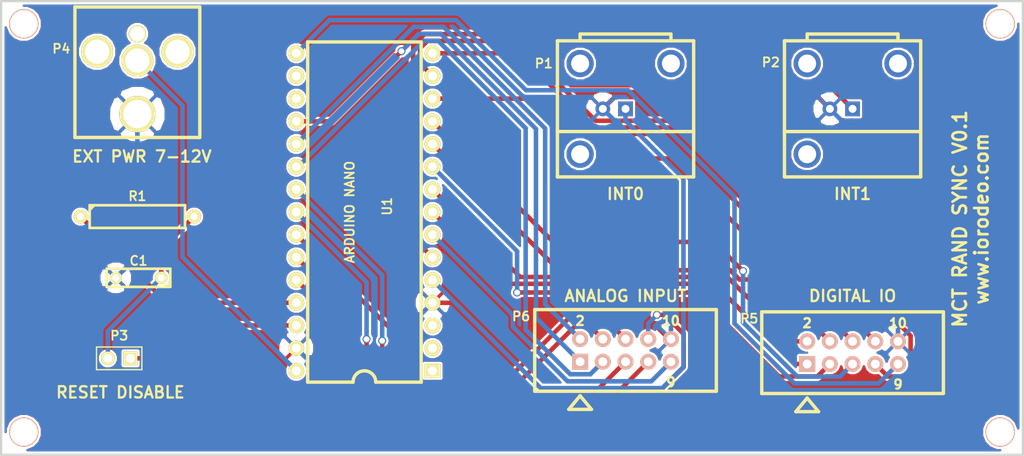
<source format=kicad_pcb>
(kicad_pcb (version 3) (host pcbnew "(2013-mar-13)-testing")

  (general
    (links 32)
    (no_connects 0)
    (area 25.272999 25.272999 146.150857 76.327001)
    (thickness 1.6)
    (drawings 11)
    (tracks 169)
    (zones 0)
    (modules 13)
    (nets 31)
  )

  (page A4)
  (layers
    (15 F.Cu signal)
    (0 B.Cu signal)
    (16 B.Adhes user)
    (17 F.Adhes user)
    (18 B.Paste user)
    (19 F.Paste user)
    (20 B.SilkS user)
    (21 F.SilkS user)
    (22 B.Mask user)
    (23 F.Mask user)
    (24 Dwgs.User user)
    (25 Cmts.User user)
    (26 Eco1.User user)
    (27 Eco2.User user)
    (28 Edge.Cuts user)
  )

  (setup
    (last_trace_width 0.508)
    (trace_clearance 0.254)
    (zone_clearance 0.254)
    (zone_45_only no)
    (trace_min 0.254)
    (segment_width 0.2)
    (edge_width 0.254)
    (via_size 0.889)
    (via_drill 0.635)
    (via_min_size 0.889)
    (via_min_drill 0.508)
    (uvia_size 0.508)
    (uvia_drill 0.127)
    (uvias_allowed no)
    (uvia_min_size 0.508)
    (uvia_min_drill 0.127)
    (pcb_text_width 0.3)
    (pcb_text_size 1.5 1.5)
    (mod_edge_width 0.15)
    (mod_text_size 1 1)
    (mod_text_width 0.15)
    (pad_size 1.5 1.5)
    (pad_drill 0.6)
    (pad_to_mask_clearance 0)
    (aux_axis_origin 0 0)
    (visible_elements FFFFFF7F)
    (pcbplotparams
      (layerselection 284196865)
      (usegerberextensions true)
      (excludeedgelayer true)
      (linewidth 0.150000)
      (plotframeref false)
      (viasonmask false)
      (mode 1)
      (useauxorigin false)
      (hpglpennumber 1)
      (hpglpenspeed 20)
      (hpglpendiameter 15)
      (hpglpenoverlay 2)
      (psnegative false)
      (psa4output false)
      (plotreference true)
      (plotvalue true)
      (plotothertext true)
      (plotinvisibletext false)
      (padsonsilk false)
      (subtractmaskfromsilk false)
      (outputformat 1)
      (mirror false)
      (drillshape 0)
      (scaleselection 1)
      (outputdirectory gerber_v0p1/))
  )

  (net 0 "")
  (net 1 /+5V)
  (net 2 /A0)
  (net 3 /A1)
  (net 4 /A2)
  (net 5 /A3)
  (net 6 /A4)
  (net 7 /A5)
  (net 8 /A6)
  (net 9 /A7)
  (net 10 /D10)
  (net 11 /D11)
  (net 12 /D12)
  (net 13 /D13)
  (net 14 /D4)
  (net 15 /D5)
  (net 16 /D6)
  (net 17 /D7)
  (net 18 /D8)
  (net 19 /D9)
  (net 20 /INT0)
  (net 21 /INT1)
  (net 22 /RST)
  (net 23 /VIN)
  (net 24 GND)
  (net 25 N-0000019)
  (net 26 N-0000021)
  (net 27 N-0000022)
  (net 28 N-0000023)
  (net 29 N-0000024)
  (net 30 N-0000025)

  (net_class Default "This is the default net class."
    (clearance 0.254)
    (trace_width 0.508)
    (via_dia 0.889)
    (via_drill 0.635)
    (uvia_dia 0.508)
    (uvia_drill 0.127)
    (add_net "")
    (add_net /+5V)
    (add_net /A0)
    (add_net /A1)
    (add_net /A2)
    (add_net /A3)
    (add_net /A4)
    (add_net /A5)
    (add_net /A6)
    (add_net /A7)
    (add_net /D10)
    (add_net /D11)
    (add_net /D12)
    (add_net /D13)
    (add_net /D4)
    (add_net /D5)
    (add_net /D6)
    (add_net /D7)
    (add_net /D8)
    (add_net /D9)
    (add_net /INT0)
    (add_net /INT1)
    (add_net /RST)
    (add_net /VIN)
    (add_net GND)
    (add_net N-0000019)
    (add_net N-0000021)
    (add_net N-0000022)
    (add_net N-0000023)
    (add_net N-0000024)
    (add_net N-0000025)
  )

  (module C2 (layer F.Cu) (tedit 526EEA22) (tstamp 526EE9FA)
    (at 40.767 56.388 180)
    (descr "Condensateur = 2 pas")
    (tags C)
    (path /526ECD62)
    (fp_text reference C1 (at 0 1.905 180) (layer F.SilkS)
      (effects (font (size 1.016 1.016) (thickness 0.2032)))
    )
    (fp_text value 0.33uF (at 0 0 180) (layer F.SilkS) hide
      (effects (font (size 1.016 1.016) (thickness 0.2032)))
    )
    (fp_line (start -3.556 -1.016) (end 3.556 -1.016) (layer F.SilkS) (width 0.3048))
    (fp_line (start 3.556 -1.016) (end 3.556 1.016) (layer F.SilkS) (width 0.3048))
    (fp_line (start 3.556 1.016) (end -3.556 1.016) (layer F.SilkS) (width 0.3048))
    (fp_line (start -3.556 1.016) (end -3.556 -1.016) (layer F.SilkS) (width 0.3048))
    (fp_line (start -3.556 -0.508) (end -3.048 -1.016) (layer F.SilkS) (width 0.3048))
    (pad 1 thru_hole circle (at -2.54 0 180) (size 1.397 1.397) (drill 0.8128)
      (layers *.Cu *.Mask F.SilkS)
      (net 25 N-0000019)
    )
    (pad 2 thru_hole circle (at 2.54 0 180) (size 1.397 1.397) (drill 0.8128)
      (layers *.Cu *.Mask F.SilkS)
      (net 24 GND)
    )
    (model discret/capa_2pas_5x5mm.wrl
      (at (xyz 0 0 0))
      (scale (xyz 1 1 1))
      (rotate (xyz 0 0 0))
    )
  )

  (module BNC (layer F.Cu) (tedit 526EEAB8) (tstamp 526EE30C)
    (at 95.25 32.385)
    (path /526EC6DB)
    (fp_text reference P1 (at -9.144 0) (layer F.SilkS)
      (effects (font (size 1.016 1.016) (thickness 0.2032)))
    )
    (fp_text value CONN_2 (at 0.254 2.794) (layer F.SilkS) hide
      (effects (font (thickness 0.3048)))
    )
    (fp_line (start 7.62 -2.54) (end 7.62 12.7) (layer F.SilkS) (width 0.381))
    (fp_line (start -7.62 -2.54) (end -7.62 12.7) (layer F.SilkS) (width 0.381))
    (fp_line (start -5.08 -2.54) (end -5.08 -3.302) (layer F.SilkS) (width 0.381))
    (fp_line (start -5.08 -3.302) (end 5.08 -3.302) (layer F.SilkS) (width 0.381))
    (fp_line (start 5.08 -3.302) (end 5.08 -2.54) (layer F.SilkS) (width 0.381))
    (fp_line (start -7.62 7.62) (end 7.62 7.62) (layer F.SilkS) (width 0.381))
    (fp_line (start -7.62 -2.54) (end 7.62 -2.54) (layer F.SilkS) (width 0.381))
    (fp_line (start -7.62 12.7) (end 7.62 12.7) (layer F.SilkS) (width 0.381))
    (pad "" thru_hole circle (at -5.08 0) (size 3.048 3.048) (drill 2.00914)
      (layers *.Cu *.Mask)
    )
    (pad "" thru_hole circle (at 5.08 0) (size 3.048 3.048) (drill 2.00914)
      (layers *.Cu *.Mask)
    )
    (pad 1 thru_hole rect (at 0 5.08) (size 1.651 1.651) (drill 0.889)
      (layers *.Cu *.Mask)
      (net 20 /INT0)
    )
    (pad 2 thru_hole circle (at -2.54 5.08) (size 1.651 1.651) (drill 0.889)
      (layers *.Cu *.Mask)
      (net 24 GND)
    )
    (pad "" thru_hole circle (at -5.08 10.16) (size 3.048 3.048) (drill 2.00914)
      (layers *.Cu *.Mask)
    )
  )

  (module BNC (layer F.Cu) (tedit 526EEACF) (tstamp 526EE31D)
    (at 120.65 32.385)
    (path /526EC6EA)
    (fp_text reference P2 (at -9.144 -0.127) (layer F.SilkS)
      (effects (font (size 1.016 1.016) (thickness 0.2032)))
    )
    (fp_text value CONN_2 (at 0.254 2.794) (layer F.SilkS) hide
      (effects (font (thickness 0.3048)))
    )
    (fp_line (start 7.62 -2.54) (end 7.62 12.7) (layer F.SilkS) (width 0.381))
    (fp_line (start -7.62 -2.54) (end -7.62 12.7) (layer F.SilkS) (width 0.381))
    (fp_line (start -5.08 -2.54) (end -5.08 -3.302) (layer F.SilkS) (width 0.381))
    (fp_line (start -5.08 -3.302) (end 5.08 -3.302) (layer F.SilkS) (width 0.381))
    (fp_line (start 5.08 -3.302) (end 5.08 -2.54) (layer F.SilkS) (width 0.381))
    (fp_line (start -7.62 7.62) (end 7.62 7.62) (layer F.SilkS) (width 0.381))
    (fp_line (start -7.62 -2.54) (end 7.62 -2.54) (layer F.SilkS) (width 0.381))
    (fp_line (start -7.62 12.7) (end 7.62 12.7) (layer F.SilkS) (width 0.381))
    (pad "" thru_hole circle (at -5.08 0) (size 3.048 3.048) (drill 2.00914)
      (layers *.Cu *.Mask)
    )
    (pad "" thru_hole circle (at 5.08 0) (size 3.048 3.048) (drill 2.00914)
      (layers *.Cu *.Mask)
    )
    (pad 1 thru_hole rect (at 0 5.08) (size 1.651 1.651) (drill 0.889)
      (layers *.Cu *.Mask)
      (net 21 /INT1)
    )
    (pad 2 thru_hole circle (at -2.54 5.08) (size 1.651 1.651) (drill 0.889)
      (layers *.Cu *.Mask)
      (net 24 GND)
    )
    (pad "" thru_hole circle (at -5.08 10.16) (size 3.048 3.048) (drill 2.00914)
      (layers *.Cu *.Mask)
    )
  )

  (module PIN_ARRAY_2X1 (layer F.Cu) (tedit 526EEA31) (tstamp 526EE327)
    (at 38.608 65.405 180)
    (descr "Connecteurs 2 pins")
    (tags "CONN DEV")
    (path /526ECE61)
    (fp_text reference P3 (at 0 2.54 180) (layer F.SilkS)
      (effects (font (size 1.016 1.016) (thickness 0.2032)))
    )
    (fp_text value CONN_2 (at 0 -1.905 180) (layer F.SilkS) hide
      (effects (font (size 0.762 0.762) (thickness 0.1524)))
    )
    (fp_line (start -2.54 1.27) (end -2.54 -1.27) (layer F.SilkS) (width 0.1524))
    (fp_line (start -2.54 -1.27) (end 2.54 -1.27) (layer F.SilkS) (width 0.1524))
    (fp_line (start 2.54 -1.27) (end 2.54 1.27) (layer F.SilkS) (width 0.1524))
    (fp_line (start 2.54 1.27) (end -2.54 1.27) (layer F.SilkS) (width 0.1524))
    (pad 1 thru_hole rect (at -1.27 0 180) (size 1.524 1.524) (drill 1.016)
      (layers *.Cu *.Mask F.SilkS)
      (net 22 /RST)
    )
    (pad 2 thru_hole circle (at 1.27 0 180) (size 1.524 1.524) (drill 1.016)
      (layers *.Cu *.Mask F.SilkS)
      (net 25 N-0000019)
    )
    (model pin_array/pins_array_2x1.wrl
      (at (xyz 0 0 0))
      (scale (xyz 1 1 1))
      (rotate (xyz 0 0 0))
    )
  )

  (module DCJACK_2PIN_HIGHCURRENT (layer F.Cu) (tedit 526EEC04) (tstamp 526EE334)
    (at 40.64 26.0604)
    (path /526EC4D5)
    (fp_text reference P4 (at -8.509 4.6736) (layer F.SilkS)
      (effects (font (size 1.016 1.016) (thickness 0.2032)))
    )
    (fp_text value CONN_2 (at 8.89 6.985 90) (layer F.SilkS) hide
      (effects (font (thickness 0.3048)))
    )
    (fp_line (start -6.985 0) (end 6.985 0) (layer F.SilkS) (width 0.381))
    (fp_line (start 6.985 0) (end 6.985 14.605) (layer F.SilkS) (width 0.381))
    (fp_line (start 6.985 14.605) (end -6.985 14.605) (layer F.SilkS) (width 0.381))
    (fp_line (start -6.985 14.605) (end -6.985 0) (layer F.SilkS) (width 0.381))
    (pad "" thru_hole circle (at 0 2.9972) (size 1.9304 1.9304) (drill 1.6002)
      (layers *.Cu *.Mask F.SilkS)
    )
    (pad 2 thru_hole circle (at 0 5.9944) (size 3.556 3.556) (drill 2.6924)
      (layers *.Cu *.Mask F.SilkS)
      (net 23 /VIN)
    )
    (pad 1 thru_hole circle (at 0 11.9888) (size 4.064 4.064) (drill 3.1496)
      (layers *.Cu *.Mask F.SilkS)
      (net 24 GND)
    )
    (pad "" thru_hole circle (at -4.4958 5.0038) (size 3.556 3.556) (drill 2.6924)
      (layers *.Cu *.Mask F.SilkS)
    )
    (pad "" thru_hole circle (at 4.4958 5.0038) (size 3.556 3.556) (drill 2.6924)
      (layers *.Cu *.Mask F.SilkS)
    )
  )

  (module HEADER_5x2_LARGE (layer F.Cu) (tedit 526EED08) (tstamp 526EE34C)
    (at 120.65 64.77)
    (path /526EC6CC)
    (fp_text reference P5 (at -11.557 -3.81) (layer F.SilkS)
      (effects (font (size 1.016 1.016) (thickness 0.2032)))
    )
    (fp_text value CONN_5X2 (at 0 6.096) (layer F.SilkS) hide
      (effects (font (thickness 0.3048)))
    )
    (fp_line (start -10.16 -4.572) (end -10.16 4.572) (layer F.SilkS) (width 0.381))
    (fp_line (start -10.16 4.572) (end 10.16 4.572) (layer F.SilkS) (width 0.381))
    (fp_line (start 10.16 4.572) (end 10.16 -4.572) (layer F.SilkS) (width 0.381))
    (fp_line (start 10.16 -4.572) (end -10.16 -4.572) (layer F.SilkS) (width 0.381))
    (fp_line (start -5.08 5.08) (end -6.35 6.604) (layer F.SilkS) (width 0.381))
    (fp_line (start -6.35 6.604) (end -3.81 6.604) (layer F.SilkS) (width 0.381))
    (fp_line (start -3.81 6.604) (end -5.08 5.08) (layer F.SilkS) (width 0.381))
    (fp_text user 2 (at -5.08 -3.302) (layer F.SilkS)
      (effects (font (size 1.016 1.016) (thickness 0.254)))
    )
    (fp_text user 10 (at 5.08 -3.302) (layer F.SilkS)
      (effects (font (size 1.016 1.016) (thickness 0.254)))
    )
    (fp_text user 9 (at 5.08 3.556) (layer F.SilkS)
      (effects (font (size 1.016 1.016) (thickness 0.254)))
    )
    (pad 1 thru_hole rect (at -5.08 1.27) (size 1.778 1.778) (drill 0.9906)
      (layers *.Cu *.SilkS *.Mask)
      (net 15 /D5)
    )
    (pad 2 thru_hole circle (at -5.08 -1.27) (size 1.778 1.778) (drill 0.9906)
      (layers *.Cu *.SilkS *.Mask)
      (net 16 /D6)
    )
    (pad 3 thru_hole circle (at -2.54 1.27) (size 1.778 1.778) (drill 0.9906)
      (layers *.Cu *.SilkS *.Mask)
      (net 17 /D7)
    )
    (pad 4 thru_hole circle (at -2.54 -1.27) (size 1.778 1.778) (drill 0.9906)
      (layers *.Cu *.SilkS *.Mask)
      (net 18 /D8)
    )
    (pad 5 thru_hole circle (at 0 1.27) (size 1.778 1.778) (drill 0.9906)
      (layers *.Cu *.SilkS *.Mask)
      (net 19 /D9)
    )
    (pad 6 thru_hole circle (at 0 -1.27) (size 1.778 1.778) (drill 0.9906)
      (layers *.Cu *.SilkS *.Mask)
      (net 10 /D10)
    )
    (pad 7 thru_hole circle (at 2.54 1.27) (size 1.778 1.778) (drill 0.9906)
      (layers *.Cu *.SilkS *.Mask)
      (net 11 /D11)
    )
    (pad 8 thru_hole circle (at 2.54 -1.27) (size 1.778 1.778) (drill 0.9906)
      (layers *.Cu *.SilkS *.Mask)
      (net 12 /D12)
    )
    (pad 9 thru_hole circle (at 5.08 1.27) (size 1.778 1.778) (drill 0.9906)
      (layers *.Cu *.SilkS *.Mask)
      (net 13 /D13)
    )
    (pad 10 thru_hole circle (at 5.08 -1.27) (size 1.778 1.778) (drill 0.9906)
      (layers *.Cu *.SilkS *.Mask)
      (net 24 GND)
    )
  )

  (module HEADER_5x2_LARGE (layer F.Cu) (tedit 526EECF3) (tstamp 526EEDB2)
    (at 95.25 64.516)
    (path /526ECB95)
    (fp_text reference P6 (at -11.684 -3.81) (layer F.SilkS)
      (effects (font (size 1.016 1.016) (thickness 0.2032)))
    )
    (fp_text value CONN_5X2 (at 0 6.096) (layer F.SilkS) hide
      (effects (font (thickness 0.3048)))
    )
    (fp_line (start -10.16 -4.572) (end -10.16 4.572) (layer F.SilkS) (width 0.381))
    (fp_line (start -10.16 4.572) (end 10.16 4.572) (layer F.SilkS) (width 0.381))
    (fp_line (start 10.16 4.572) (end 10.16 -4.572) (layer F.SilkS) (width 0.381))
    (fp_line (start 10.16 -4.572) (end -10.16 -4.572) (layer F.SilkS) (width 0.381))
    (fp_line (start -5.08 5.08) (end -6.35 6.604) (layer F.SilkS) (width 0.381))
    (fp_line (start -6.35 6.604) (end -3.81 6.604) (layer F.SilkS) (width 0.381))
    (fp_line (start -3.81 6.604) (end -5.08 5.08) (layer F.SilkS) (width 0.381))
    (fp_text user 2 (at -5.08 -3.302) (layer F.SilkS)
      (effects (font (size 1.016 1.016) (thickness 0.254)))
    )
    (fp_text user 10 (at 5.08 -3.302) (layer F.SilkS)
      (effects (font (size 1.016 1.016) (thickness 0.254)))
    )
    (fp_text user 9 (at 5.08 3.556) (layer F.SilkS)
      (effects (font (size 1.016 1.016) (thickness 0.254)))
    )
    (pad 1 thru_hole rect (at -5.08 1.27) (size 1.778 1.778) (drill 0.9906)
      (layers *.Cu *.SilkS *.Mask)
      (net 2 /A0)
    )
    (pad 2 thru_hole circle (at -5.08 -1.27) (size 1.778 1.778) (drill 0.9906)
      (layers *.Cu *.SilkS *.Mask)
      (net 3 /A1)
    )
    (pad 3 thru_hole circle (at -2.54 1.27) (size 1.778 1.778) (drill 0.9906)
      (layers *.Cu *.SilkS *.Mask)
      (net 4 /A2)
    )
    (pad 4 thru_hole circle (at -2.54 -1.27) (size 1.778 1.778) (drill 0.9906)
      (layers *.Cu *.SilkS *.Mask)
      (net 5 /A3)
    )
    (pad 5 thru_hole circle (at 0 1.27) (size 1.778 1.778) (drill 0.9906)
      (layers *.Cu *.SilkS *.Mask)
      (net 6 /A4)
    )
    (pad 6 thru_hole circle (at 0 -1.27) (size 1.778 1.778) (drill 0.9906)
      (layers *.Cu *.SilkS *.Mask)
      (net 7 /A5)
    )
    (pad 7 thru_hole circle (at 2.54 1.27) (size 1.778 1.778) (drill 0.9906)
      (layers *.Cu *.SilkS *.Mask)
      (net 8 /A6)
    )
    (pad 8 thru_hole circle (at 2.54 -1.27) (size 1.778 1.778) (drill 0.9906)
      (layers *.Cu *.SilkS *.Mask)
      (net 9 /A7)
    )
    (pad 9 thru_hole circle (at 5.08 1.27) (size 1.778 1.778) (drill 0.9906)
      (layers *.Cu *.SilkS *.Mask)
      (net 14 /D4)
    )
    (pad 10 thru_hole circle (at 5.08 -1.27) (size 1.778 1.778) (drill 0.9906)
      (layers *.Cu *.SilkS *.Mask)
      (net 24 GND)
    )
  )

  (module R5 (layer F.Cu) (tedit 526EEA3E) (tstamp 526EE371)
    (at 40.64 49.53)
    (descr "Resistance 5 pas")
    (tags R)
    (path /526ECD44)
    (autoplace_cost180 10)
    (fp_text reference R1 (at 0 -2.286) (layer F.SilkS)
      (effects (font (size 1.016 1.016) (thickness 0.2032)))
    )
    (fp_text value 68 (at 0 0) (layer F.SilkS) hide
      (effects (font (size 1.397 1.27) (thickness 0.2032)))
    )
    (fp_line (start -6.35 0) (end -5.334 0) (layer F.SilkS) (width 0.3048))
    (fp_line (start 6.35 0) (end 5.334 0) (layer F.SilkS) (width 0.3048))
    (fp_line (start 5.334 -1.27) (end 5.334 1.27) (layer F.SilkS) (width 0.3048))
    (fp_line (start 5.334 1.27) (end -5.334 1.27) (layer F.SilkS) (width 0.3048))
    (fp_line (start -5.334 1.27) (end -5.334 -1.27) (layer F.SilkS) (width 0.3048))
    (fp_line (start -5.334 -1.27) (end 5.334 -1.27) (layer F.SilkS) (width 0.3048))
    (fp_line (start -5.334 -0.762) (end -4.826 -1.27) (layer F.SilkS) (width 0.3048))
    (pad 1 thru_hole circle (at -6.35 0) (size 1.524 1.524) (drill 0.8128)
      (layers *.Cu *.Mask F.SilkS)
      (net 1 /+5V)
    )
    (pad 2 thru_hole circle (at 6.35 0) (size 1.524 1.524) (drill 0.8128)
      (layers *.Cu *.Mask F.SilkS)
      (net 25 N-0000019)
    )
    (model discret/resistor.wrl
      (at (xyz 0 0 0))
      (scale (xyz 0.5 0.5 0.5))
      (rotate (xyz 0 0 0))
    )
  )

  (module arduino_nano (layer F.Cu) (tedit 526EEA98) (tstamp 526EE39A)
    (at 66.04 49.022 180)
    (path /526EC465)
    (fp_text reference U1 (at -2.54 0.635 270) (layer F.SilkS)
      (effects (font (size 1.016 1.016) (thickness 0.2032)))
    )
    (fp_text value "ARDUINO NANO" (at 1.651 0 270) (layer F.SilkS)
      (effects (font (size 1.016 1.016) (thickness 0.2032)))
    )
    (fp_arc (start 0 -19.05) (end 0 -17.78) (angle 90) (layer F.SilkS) (width 0.381))
    (fp_arc (start 0 -19.05) (end 1.27 -19.05) (angle 90) (layer F.SilkS) (width 0.381))
    (fp_line (start 6.35 -19.05) (end 1.27 -19.05) (layer F.SilkS) (width 0.381))
    (fp_line (start -6.35 -19.05) (end -1.27 -19.05) (layer F.SilkS) (width 0.381))
    (fp_line (start -6.35 -19.05) (end -6.35 19.05) (layer F.SilkS) (width 0.381))
    (fp_line (start -6.35 19.05) (end 6.35 19.05) (layer F.SilkS) (width 0.381))
    (fp_line (start 6.35 19.05) (end 6.35 -19.05) (layer F.SilkS) (width 0.381))
    (pad 1 thru_hole rect (at -7.62 -17.78 180) (size 1.7526 1.524) (drill 0.9906)
      (layers *.Cu *.Mask F.SilkS)
      (net 29 N-0000024)
    )
    (pad 2 thru_hole circle (at -7.62 -15.24 180) (size 1.7526 1.7526) (drill 0.9906)
      (layers *.Cu *.Mask F.SilkS)
      (net 30 N-0000025)
    )
    (pad 3 thru_hole circle (at -7.62 -12.7 180) (size 1.7526 1.7526) (drill 0.9906)
      (layers *.Cu *.Mask F.SilkS)
      (net 28 N-0000023)
    )
    (pad 4 thru_hole circle (at -7.62 -10.16 180) (size 1.7526 1.7526) (drill 0.9906)
      (layers *.Cu *.Mask F.SilkS)
      (net 24 GND)
    )
    (pad 5 thru_hole circle (at -7.62 -7.62 180) (size 1.7526 1.7526) (drill 0.9906)
      (layers *.Cu *.Mask F.SilkS)
      (net 20 /INT0)
    )
    (pad 6 thru_hole circle (at -7.62 -5.08 180) (size 1.7526 1.7526) (drill 0.9906)
      (layers *.Cu *.Mask F.SilkS)
      (net 21 /INT1)
    )
    (pad 7 thru_hole circle (at -7.62 -2.54 180) (size 1.7526 1.7526) (drill 0.9906)
      (layers *.Cu *.Mask F.SilkS)
      (net 14 /D4)
    )
    (pad 8 thru_hole circle (at -7.62 0 180) (size 1.7526 1.7526) (drill 0.9906)
      (layers *.Cu *.Mask F.SilkS)
      (net 15 /D5)
    )
    (pad 9 thru_hole circle (at -7.62 2.54 180) (size 1.7526 1.7526) (drill 0.9906)
      (layers *.Cu *.Mask F.SilkS)
      (net 16 /D6)
    )
    (pad 10 thru_hole circle (at -7.62 5.08 180) (size 1.7526 1.7526) (drill 0.9906)
      (layers *.Cu *.Mask F.SilkS)
      (net 17 /D7)
    )
    (pad 11 thru_hole circle (at -7.62 7.62 180) (size 1.7526 1.7526) (drill 0.9906)
      (layers *.Cu *.Mask F.SilkS)
      (net 18 /D8)
    )
    (pad 12 thru_hole circle (at -7.62 10.16 180) (size 1.7526 1.7526) (drill 0.9906)
      (layers *.Cu *.Mask F.SilkS)
      (net 19 /D9)
    )
    (pad 13 thru_hole circle (at -7.62 12.7 180) (size 1.7526 1.7526) (drill 0.9906)
      (layers *.Cu *.Mask F.SilkS)
      (net 10 /D10)
    )
    (pad 14 thru_hole circle (at -7.62 15.24 180) (size 1.7526 1.7526) (drill 0.9906)
      (layers *.Cu *.Mask F.SilkS)
      (net 11 /D11)
    )
    (pad 15 thru_hole circle (at -7.62 17.78 180) (size 1.7526 1.7526) (drill 0.9906)
      (layers *.Cu *.Mask F.SilkS)
      (net 12 /D12)
    )
    (pad 16 thru_hole circle (at 7.62 17.78 180) (size 1.7526 1.7526) (drill 0.9906)
      (layers *.Cu *.Mask F.SilkS)
      (net 13 /D13)
    )
    (pad 17 thru_hole circle (at 7.62 15.24 180) (size 1.7526 1.7526) (drill 0.9906)
      (layers *.Cu *.Mask F.SilkS)
      (net 27 N-0000022)
    )
    (pad 18 thru_hole circle (at 7.62 12.7 180) (size 1.7526 1.7526) (drill 0.9906)
      (layers *.Cu *.Mask F.SilkS)
      (net 26 N-0000021)
    )
    (pad 19 thru_hole circle (at 7.62 10.16 180) (size 1.7526 1.7526) (drill 0.9906)
      (layers *.Cu *.Mask F.SilkS)
      (net 2 /A0)
    )
    (pad 20 thru_hole circle (at 7.62 7.62 180) (size 1.7526 1.7526) (drill 0.9906)
      (layers *.Cu *.Mask F.SilkS)
      (net 3 /A1)
    )
    (pad 21 thru_hole circle (at 7.62 5.08 180) (size 1.7526 1.7526) (drill 0.9906)
      (layers *.Cu *.Mask F.SilkS)
      (net 4 /A2)
    )
    (pad 22 thru_hole circle (at 7.62 2.54 180) (size 1.7526 1.7526) (drill 0.9906)
      (layers *.Cu *.Mask F.SilkS)
      (net 5 /A3)
    )
    (pad 23 thru_hole circle (at 7.62 0 180) (size 1.7526 1.7526) (drill 0.9906)
      (layers *.Cu *.Mask F.SilkS)
      (net 6 /A4)
    )
    (pad 24 thru_hole circle (at 7.62 -2.54 180) (size 1.7526 1.7526) (drill 0.9906)
      (layers *.Cu *.Mask F.SilkS)
      (net 7 /A5)
    )
    (pad 25 thru_hole circle (at 7.62 -5.08 180) (size 1.7526 1.7526) (drill 0.9906)
      (layers *.Cu *.Mask F.SilkS)
      (net 8 /A6)
    )
    (pad 26 thru_hole circle (at 7.62 -7.62 180) (size 1.7526 1.7526) (drill 0.9906)
      (layers *.Cu *.Mask F.SilkS)
      (net 9 /A7)
    )
    (pad 27 thru_hole circle (at 7.62 -10.16 180) (size 1.7526 1.7526) (drill 0.9906)
      (layers *.Cu *.Mask F.SilkS)
      (net 1 /+5V)
    )
    (pad 28 thru_hole circle (at 7.62 -12.7 180) (size 1.7526 1.7526) (drill 0.9906)
      (layers *.Cu *.Mask F.SilkS)
      (net 22 /RST)
    )
    (pad 29 thru_hole circle (at 7.62 -15.24 180) (size 1.7526 1.7526) (drill 0.9906)
      (layers *.Cu *.Mask F.SilkS)
      (net 24 GND)
    )
    (pad 30 thru_hole circle (at 7.62 -17.78 180) (size 1.7526 1.7526) (drill 0.9906)
      (layers *.Cu *.Mask F.SilkS)
      (net 23 /VIN)
    )
  )

  (module MOUNT_HOLE_4_40 (layer F.Cu) (tedit 526EE7E6) (tstamp 526EEA1C)
    (at 27.686 27.813)
    (fp_text reference M1 (at 0 -2.032) (layer F.SilkS) hide
      (effects (font (size 0.254 0.254) (thickness 0.0635)))
    )
    (fp_text value VAL** (at 0 2.032) (layer F.SilkS) hide
      (effects (font (size 0.254 0.254) (thickness 0.0635)))
    )
    (pad "" thru_hole circle (at 0.254 0.127) (size 3.302 3.302) (drill 3.048)
      (layers *.Cu *.SilkS *.Mask)
    )
  )

  (module MOUNT_HOLE_4_40 (layer F.Cu) (tedit 526EE7F2) (tstamp 526EEA25)
    (at 137.16 27.94)
    (fp_text reference M2 (at 0 -2.032) (layer F.SilkS) hide
      (effects (font (size 0.254 0.254) (thickness 0.0635)))
    )
    (fp_text value VAL** (at 0 2.032) (layer F.SilkS) hide
      (effects (font (size 0.254 0.254) (thickness 0.0635)))
    )
    (pad "" thru_hole circle (at 0 0) (size 3.302 3.302) (drill 3.048)
      (layers *.Cu *.SilkS *.Mask)
    )
  )

  (module MOUNT_HOLE_4_40 (layer F.Cu) (tedit 526EE827) (tstamp 526EEA2E)
    (at 27.94 73.66)
    (fp_text reference M4 (at 0 -2.032) (layer F.SilkS) hide
      (effects (font (size 0.254 0.254) (thickness 0.0635)))
    )
    (fp_text value VAL** (at 0 2.032) (layer F.SilkS) hide
      (effects (font (size 0.254 0.254) (thickness 0.0635)))
    )
    (pad "" thru_hole circle (at 0 0) (size 3.302 3.302) (drill 3.048)
      (layers *.Cu *.SilkS *.Mask)
    )
  )

  (module MOUNT_HOLE_4_40 (layer F.Cu) (tedit 526EE811) (tstamp 526EEA37)
    (at 137.16 73.66)
    (fp_text reference M3 (at 0 -2.032) (layer F.SilkS) hide
      (effects (font (size 0.254 0.254) (thickness 0.0635)))
    )
    (fp_text value VAL** (at 0 2.032) (layer F.SilkS) hide
      (effects (font (size 0.254 0.254) (thickness 0.0635)))
    )
    (pad "" thru_hole circle (at 0 0) (size 3.302 3.302) (drill 3.048)
      (layers *.Cu *.SilkS *.Mask)
    )
  )

  (gr_text "EXT PWR 7-12V" (at 41.148 42.799) (layer F.SilkS)
    (effects (font (size 1.27 1.27) (thickness 0.254)))
  )
  (gr_text "MCT RAND SYNC V0.1\nwww.iorodeo.com" (at 133.858 49.784 90) (layer F.SilkS)
    (effects (font (size 1.5 1.5) (thickness 0.3)))
  )
  (gr_text "DIGITAL IO" (at 120.65 58.42) (layer F.SilkS)
    (effects (font (size 1.27 1.27) (thickness 0.254)))
  )
  (gr_text "ANALOG INPUT" (at 95.25 58.42) (layer F.SilkS)
    (effects (font (size 1.27 1.27) (thickness 0.254)))
  )
  (gr_text INT1 (at 120.65 46.99) (layer F.SilkS)
    (effects (font (size 1.27 1.27) (thickness 0.254)))
  )
  (gr_text INT0 (at 95.25 46.99) (layer F.SilkS)
    (effects (font (size 1.27 1.27) (thickness 0.254)))
  )
  (gr_text "RESET DISABLE" (at 38.735 69.215) (layer F.SilkS)
    (effects (font (size 1.27 1.27) (thickness 0.254)))
  )
  (gr_line (start 139.7 76.2) (end 139.7 25.4) (angle 90) (layer Edge.Cuts) (width 0.254))
  (gr_line (start 25.4 76.2) (end 139.7 76.2) (angle 90) (layer Edge.Cuts) (width 0.254))
  (gr_line (start 25.4 25.4) (end 25.4 76.2) (angle 90) (layer Edge.Cuts) (width 0.254))
  (gr_line (start 25.4 25.4) (end 139.7 25.4) (angle 90) (layer Edge.Cuts) (width 0.254))

  (segment (start 43.942 59.182) (end 34.29 49.53) (width 0.508) (layer F.Cu) (net 1))
  (segment (start 58.42 59.182) (end 43.942 59.182) (width 0.508) (layer F.Cu) (net 1))
  (via (at 70.1851 31.0076) (size 0.889) (layers F.Cu B.Cu) (net 2))
  (segment (start 62.3307 38.862) (end 70.1851 31.0076) (width 0.508) (layer F.Cu) (net 2))
  (segment (start 58.42 38.862) (end 62.3307 38.862) (width 0.508) (layer F.Cu) (net 2))
  (segment (start 85.2298 60.8458) (end 90.17 65.786) (width 0.508) (layer B.Cu) (net 2))
  (segment (start 85.2298 39.71) (end 85.2298 60.8458) (width 0.508) (layer B.Cu) (net 2))
  (segment (start 74.5805 29.0607) (end 85.2298 39.71) (width 0.508) (layer B.Cu) (net 2))
  (segment (start 72.132 29.0607) (end 74.5805 29.0607) (width 0.508) (layer B.Cu) (net 2))
  (segment (start 70.1851 31.0076) (end 72.132 29.0607) (width 0.508) (layer B.Cu) (net 2))
  (segment (start 86.2614 59.3374) (end 90.17 63.246) (width 0.508) (layer B.Cu) (net 3))
  (segment (start 86.2614 39.6634) (end 86.2614 59.3374) (width 0.508) (layer B.Cu) (net 3))
  (segment (start 74.8911 28.2931) (end 86.2614 39.6634) (width 0.508) (layer B.Cu) (net 3))
  (segment (start 71.5289 28.2931) (end 74.8911 28.2931) (width 0.508) (layer B.Cu) (net 3))
  (segment (start 58.42 41.402) (end 71.5289 28.2931) (width 0.508) (layer B.Cu) (net 3))
  (segment (start 91.3126 67.1834) (end 92.71 65.786) (width 0.508) (layer B.Cu) (net 4))
  (segment (start 89.0641 67.1834) (end 91.3126 67.1834) (width 0.508) (layer B.Cu) (net 4))
  (segment (start 84.0761 62.1954) (end 89.0641 67.1834) (width 0.508) (layer B.Cu) (net 4))
  (segment (start 84.0761 39.6345) (end 84.0761 62.1954) (width 0.508) (layer B.Cu) (net 4))
  (segment (start 74.2788 29.8372) (end 84.0761 39.6345) (width 0.508) (layer B.Cu) (net 4))
  (segment (start 72.7029 29.8372) (end 74.2788 29.8372) (width 0.508) (layer B.Cu) (net 4))
  (segment (start 58.5981 43.942) (end 72.7029 29.8372) (width 0.508) (layer B.Cu) (net 4))
  (segment (start 58.42 43.942) (end 58.5981 43.942) (width 0.508) (layer B.Cu) (net 4))
  (via (at 68.0297 63.4366) (size 0.889) (layers F.Cu B.Cu) (net 5))
  (segment (start 68.0297 56.0917) (end 68.0297 63.4366) (width 0.508) (layer B.Cu) (net 5))
  (segment (start 58.42 46.482) (end 68.0297 56.0917) (width 0.508) (layer B.Cu) (net 5))
  (segment (start 91.2647 61.8007) (end 92.71 63.246) (width 0.508) (layer F.Cu) (net 5))
  (segment (start 89.6076 61.8007) (end 91.2647 61.8007) (width 0.508) (layer F.Cu) (net 5))
  (segment (start 82.5638 68.8445) (end 89.6076 61.8007) (width 0.508) (layer F.Cu) (net 5))
  (segment (start 72.2354 68.8445) (end 82.5638 68.8445) (width 0.508) (layer F.Cu) (net 5))
  (segment (start 68.0297 64.6388) (end 72.2354 68.8445) (width 0.508) (layer F.Cu) (net 5))
  (segment (start 68.0297 63.4366) (end 68.0297 64.6388) (width 0.508) (layer F.Cu) (net 5))
  (via (at 66.2802 63.257) (size 0.889) (layers F.Cu B.Cu) (net 6))
  (segment (start 66.2802 56.8822) (end 66.2802 63.257) (width 0.508) (layer B.Cu) (net 6))
  (segment (start 58.42 49.022) (end 66.2802 56.8822) (width 0.508) (layer B.Cu) (net 6))
  (segment (start 91.387 69.649) (end 95.25 65.786) (width 0.508) (layer F.Cu) (net 6))
  (segment (start 71.903 69.649) (end 91.387 69.649) (width 0.508) (layer F.Cu) (net 6))
  (segment (start 66.2802 64.0262) (end 71.903 69.649) (width 0.508) (layer F.Cu) (net 6))
  (segment (start 66.2802 63.257) (end 66.2802 64.0262) (width 0.508) (layer F.Cu) (net 6))
  (segment (start 93.0424 61.0384) (end 95.25 63.246) (width 0.508) (layer F.Cu) (net 7))
  (segment (start 88.7779 61.0384) (end 93.0424 61.0384) (width 0.508) (layer F.Cu) (net 7))
  (segment (start 81.7439 68.0724) (end 88.7779 61.0384) (width 0.508) (layer F.Cu) (net 7))
  (segment (start 72.5509 68.0724) (end 81.7439 68.0724) (width 0.508) (layer F.Cu) (net 7))
  (segment (start 72.0312 67.5527) (end 72.5509 68.0724) (width 0.508) (layer F.Cu) (net 7))
  (segment (start 72.0312 65.1732) (end 72.0312 67.5527) (width 0.508) (layer F.Cu) (net 7))
  (segment (start 58.42 51.562) (end 72.0312 65.1732) (width 0.508) (layer F.Cu) (net 7))
  (segment (start 63.6817 59.3637) (end 58.42 54.102) (width 0.508) (layer F.Cu) (net 8))
  (segment (start 63.6818 59.3637) (end 63.6817 59.3637) (width 0.508) (layer F.Cu) (net 8))
  (segment (start 63.6818 62.5143) (end 63.6818 59.3637) (width 0.508) (layer F.Cu) (net 8))
  (segment (start 71.5789 70.4114) (end 63.6818 62.5143) (width 0.508) (layer F.Cu) (net 8))
  (segment (start 93.1646 70.4114) (end 71.5789 70.4114) (width 0.508) (layer F.Cu) (net 8))
  (segment (start 97.79 65.786) (end 93.1646 70.4114) (width 0.508) (layer F.Cu) (net 8))
  (via (at 98.7612 60.5314) (size 0.889) (layers F.Cu B.Cu) (net 9))
  (segment (start 99.6072 60.5314) (end 98.7612 60.5314) (width 0.508) (layer F.Cu) (net 9))
  (segment (start 101.7594 62.6836) (end 99.6072 60.5314) (width 0.508) (layer F.Cu) (net 9))
  (segment (start 101.7594 66.3888) (end 101.7594 62.6836) (width 0.508) (layer F.Cu) (net 9))
  (segment (start 96.9242 71.224) (end 101.7594 66.3888) (width 0.508) (layer F.Cu) (net 9))
  (segment (start 71.3055 71.224) (end 96.9242 71.224) (width 0.508) (layer F.Cu) (net 9))
  (segment (start 59.8047 59.7232) (end 71.3055 71.224) (width 0.508) (layer F.Cu) (net 9))
  (segment (start 59.8047 58.0267) (end 59.8047 59.7232) (width 0.508) (layer F.Cu) (net 9))
  (segment (start 58.42 56.642) (end 59.8047 58.0267) (width 0.508) (layer F.Cu) (net 9))
  (segment (start 97.79 61.5026) (end 97.79 63.246) (width 0.508) (layer B.Cu) (net 9))
  (segment (start 98.7612 60.5314) (end 97.79 61.5026) (width 0.508) (layer B.Cu) (net 9))
  (segment (start 100.1706 43.0206) (end 120.65 63.5) (width 0.508) (layer F.Cu) (net 10))
  (segment (start 93.984 43.0206) (end 100.1706 43.0206) (width 0.508) (layer F.Cu) (net 10))
  (segment (start 87.2854 36.322) (end 93.984 43.0206) (width 0.508) (layer F.Cu) (net 10))
  (segment (start 73.66 36.322) (end 87.2854 36.322) (width 0.508) (layer F.Cu) (net 10))
  (segment (start 124.5909 67.4409) (end 123.19 66.04) (width 0.508) (layer F.Cu) (net 11))
  (segment (start 126.3661 67.4409) (end 124.5909 67.4409) (width 0.508) (layer F.Cu) (net 11))
  (segment (start 127.142 66.665) (end 126.3661 67.4409) (width 0.508) (layer F.Cu) (net 11))
  (segment (start 127.142 62.8688) (end 127.142 66.665) (width 0.508) (layer F.Cu) (net 11))
  (segment (start 103.072 38.7988) (end 127.142 62.8688) (width 0.508) (layer F.Cu) (net 11))
  (segment (start 91.9184 38.7988) (end 103.072 38.7988) (width 0.508) (layer F.Cu) (net 11))
  (segment (start 82.9768 29.8572) (end 91.9184 38.7988) (width 0.508) (layer F.Cu) (net 11))
  (segment (start 73.0834 29.8572) (end 82.9768 29.8572) (width 0.508) (layer F.Cu) (net 11))
  (segment (start 72.2606 30.68) (end 73.0834 29.8572) (width 0.508) (layer F.Cu) (net 11))
  (segment (start 72.2606 32.3826) (end 72.2606 30.68) (width 0.508) (layer F.Cu) (net 11))
  (segment (start 73.66 33.782) (end 72.2606 32.3826) (width 0.508) (layer F.Cu) (net 11))
  (segment (start 99.9664 40.2764) (end 123.19 63.5) (width 0.508) (layer F.Cu) (net 12))
  (segment (start 92.3178 40.2764) (end 99.9664 40.2764) (width 0.508) (layer F.Cu) (net 12))
  (segment (start 83.2834 31.242) (end 92.3178 40.2764) (width 0.508) (layer F.Cu) (net 12))
  (segment (start 73.66 31.242) (end 83.2834 31.242) (width 0.508) (layer F.Cu) (net 12))
  (segment (start 123.564 68.206) (end 125.73 66.04) (width 0.508) (layer B.Cu) (net 13))
  (segment (start 114.1488 68.206) (end 123.564 68.206) (width 0.508) (layer B.Cu) (net 13))
  (segment (start 107.4433 61.5005) (end 114.1488 68.206) (width 0.508) (layer B.Cu) (net 13))
  (segment (start 107.4433 47.2821) (end 107.4433 61.5005) (width 0.508) (layer B.Cu) (net 13))
  (segment (start 95.5388 35.3776) (end 107.4433 47.2821) (width 0.508) (layer B.Cu) (net 13))
  (segment (start 84.1316 35.3776) (end 95.5388 35.3776) (width 0.508) (layer B.Cu) (net 13))
  (segment (start 76.2847 27.5307) (end 84.1316 35.3776) (width 0.508) (layer B.Cu) (net 13))
  (segment (start 62.1313 27.5307) (end 76.2847 27.5307) (width 0.508) (layer B.Cu) (net 13))
  (segment (start 58.42 31.242) (end 62.1313 27.5307) (width 0.508) (layer B.Cu) (net 13))
  (segment (start 98.1407 67.9753) (end 100.33 65.786) (width 0.508) (layer B.Cu) (net 14))
  (segment (start 88.7576 67.9753) (end 98.1407 67.9753) (width 0.508) (layer B.Cu) (net 14))
  (segment (start 82.6486 61.8663) (end 88.7576 67.9753) (width 0.508) (layer B.Cu) (net 14))
  (segment (start 82.6486 60.5506) (end 82.6486 61.8663) (width 0.508) (layer B.Cu) (net 14))
  (segment (start 73.66 51.562) (end 82.6486 60.5506) (width 0.508) (layer B.Cu) (net 14))
  (segment (start 105.1893 57.0566) (end 114.1727 66.04) (width 0.508) (layer F.Cu) (net 15))
  (segment (start 81.6946 57.0566) (end 105.1893 57.0566) (width 0.508) (layer F.Cu) (net 15))
  (segment (start 73.66 49.022) (end 81.6946 57.0566) (width 0.508) (layer F.Cu) (net 15))
  (segment (start 115.57 66.04) (end 114.1727 66.04) (width 0.508) (layer F.Cu) (net 15))
  (segment (start 113.8442 63.5) (end 115.57 63.5) (width 0.508) (layer F.Cu) (net 16))
  (segment (start 106.6384 56.2942) (end 113.8442 63.5) (width 0.508) (layer F.Cu) (net 16))
  (segment (start 83.4722 56.2942) (end 106.6384 56.2942) (width 0.508) (layer F.Cu) (net 16))
  (segment (start 73.66 46.482) (end 83.4722 56.2942) (width 0.508) (layer F.Cu) (net 16))
  (via (at 83.1232 58.0296) (size 0.889) (layers F.Cu B.Cu) (net 17))
  (segment (start 83.1232 53.4052) (end 83.1232 58.0296) (width 0.508) (layer B.Cu) (net 17))
  (segment (start 73.66 43.942) (end 83.1232 53.4052) (width 0.508) (layer B.Cu) (net 17))
  (segment (start 116.7126 67.4374) (end 118.11 66.04) (width 0.508) (layer F.Cu) (net 17))
  (segment (start 112.4122 67.4374) (end 116.7126 67.4374) (width 0.508) (layer F.Cu) (net 17))
  (segment (start 103.0044 58.0296) (end 112.4122 67.4374) (width 0.508) (layer F.Cu) (net 17))
  (segment (start 83.1232 58.0296) (end 103.0044 58.0296) (width 0.508) (layer F.Cu) (net 17))
  (segment (start 111.1893 56.5793) (end 118.11 63.5) (width 0.508) (layer F.Cu) (net 18))
  (segment (start 108.0015 56.5793) (end 111.1893 56.5793) (width 0.508) (layer F.Cu) (net 18))
  (segment (start 106.954 55.5318) (end 108.0015 56.5793) (width 0.508) (layer F.Cu) (net 18))
  (segment (start 87.7898 55.5318) (end 106.954 55.5318) (width 0.508) (layer F.Cu) (net 18))
  (segment (start 73.66 41.402) (end 87.7898 55.5318) (width 0.508) (layer F.Cu) (net 18))
  (via (at 108.3961 55.6265) (size 0.889) (layers F.Cu B.Cu) (net 19))
  (segment (start 105.1391 52.3695) (end 108.3961 55.6265) (width 0.508) (layer F.Cu) (net 19))
  (segment (start 87.1675 52.3695) (end 105.1391 52.3695) (width 0.508) (layer F.Cu) (net 19))
  (segment (start 73.66 38.862) (end 87.1675 52.3695) (width 0.508) (layer F.Cu) (net 19))
  (segment (start 119.2464 67.4436) (end 120.65 66.04) (width 0.508) (layer B.Cu) (net 19))
  (segment (start 114.4645 67.4436) (end 119.2464 67.4436) (width 0.508) (layer B.Cu) (net 19))
  (segment (start 108.3961 61.3752) (end 114.4645 67.4436) (width 0.508) (layer B.Cu) (net 19))
  (segment (start 108.3961 55.6265) (end 108.3961 61.3752) (width 0.508) (layer B.Cu) (net 19))
  (segment (start 101.732 45.2808) (end 95.25 38.7988) (width 0.508) (layer B.Cu) (net 20))
  (segment (start 101.732 66.365) (end 101.732 45.2808) (width 0.508) (layer B.Cu) (net 20))
  (segment (start 99.3534 68.7436) (end 101.732 66.365) (width 0.508) (layer B.Cu) (net 20))
  (segment (start 85.7616 68.7436) (end 99.3534 68.7436) (width 0.508) (layer B.Cu) (net 20))
  (segment (start 73.66 56.642) (end 85.7616 68.7436) (width 0.508) (layer B.Cu) (net 20))
  (segment (start 95.25 37.465) (end 95.25 38.7988) (width 0.508) (layer B.Cu) (net 20))
  (segment (start 71.4982 51.9402) (end 73.66 54.102) (width 0.508) (layer F.Cu) (net 21))
  (segment (start 71.4982 30.3642) (end 71.4982 51.9402) (width 0.508) (layer F.Cu) (net 21))
  (segment (start 72.7676 29.0948) (end 71.4982 30.3642) (width 0.508) (layer F.Cu) (net 21))
  (segment (start 83.4228 29.0948) (end 72.7676 29.0948) (width 0.508) (layer F.Cu) (net 21))
  (segment (start 89.1452 34.8172) (end 83.4228 29.0948) (width 0.508) (layer F.Cu) (net 21))
  (segment (start 118.0022 34.8172) (end 89.1452 34.8172) (width 0.508) (layer F.Cu) (net 21))
  (segment (start 120.65 37.465) (end 118.0022 34.8172) (width 0.508) (layer F.Cu) (net 21))
  (segment (start 44.8313 61.722) (end 41.1483 65.405) (width 0.508) (layer F.Cu) (net 22))
  (segment (start 58.42 61.722) (end 44.8313 61.722) (width 0.508) (layer F.Cu) (net 22))
  (segment (start 39.878 65.405) (end 41.1483 65.405) (width 0.508) (layer F.Cu) (net 22))
  (segment (start 45.6847 37.0995) (end 40.64 32.0548) (width 0.508) (layer B.Cu) (net 23))
  (segment (start 45.6847 54.0667) (end 45.6847 37.0995) (width 0.508) (layer B.Cu) (net 23))
  (segment (start 58.42 66.802) (end 45.6847 54.0667) (width 0.508) (layer B.Cu) (net 23))
  (segment (start 125.73 45.085) (end 118.11 37.465) (width 0.508) (layer B.Cu) (net 24))
  (segment (start 125.73 63.5) (end 125.73 45.085) (width 0.508) (layer B.Cu) (net 24))
  (segment (start 94.0439 36.1311) (end 92.71 37.465) (width 0.508) (layer F.Cu) (net 24))
  (segment (start 116.7761 36.1311) (end 94.0439 36.1311) (width 0.508) (layer F.Cu) (net 24))
  (segment (start 118.11 37.465) (end 116.7761 36.1311) (width 0.508) (layer F.Cu) (net 24))
  (segment (start 59.4537 65.2957) (end 59.8215 65.2957) (width 0.508) (layer B.Cu) (net 24))
  (segment (start 58.42 64.262) (end 59.4537 65.2957) (width 0.508) (layer B.Cu) (net 24))
  (segment (start 67.5463 65.2957) (end 73.66 59.182) (width 0.508) (layer B.Cu) (net 24))
  (segment (start 59.8215 65.2957) (end 67.5463 65.2957) (width 0.508) (layer B.Cu) (net 24))
  (segment (start 40.64 38.0492) (end 40.64 55.1265) (width 0.508) (layer B.Cu) (net 24))
  (segment (start 44.328 55.1265) (end 40.64 55.1265) (width 0.508) (layer B.Cu) (net 24))
  (segment (start 57.4 68.1985) (end 44.328 55.1265) (width 0.508) (layer B.Cu) (net 24))
  (segment (start 59.0055 68.1985) (end 57.4 68.1985) (width 0.508) (layer B.Cu) (net 24))
  (segment (start 59.8215 67.3825) (end 59.0055 68.1985) (width 0.508) (layer B.Cu) (net 24))
  (segment (start 59.8215 65.2957) (end 59.8215 67.3825) (width 0.508) (layer B.Cu) (net 24))
  (segment (start 39.4885 55.1265) (end 38.227 56.388) (width 0.508) (layer B.Cu) (net 24))
  (segment (start 40.64 55.1265) (end 39.4885 55.1265) (width 0.508) (layer B.Cu) (net 24))
  (segment (start 100.1284 63.246) (end 100.33 63.246) (width 0.508) (layer F.Cu) (net 24))
  (segment (start 96.0644 59.182) (end 100.1284 63.246) (width 0.508) (layer F.Cu) (net 24))
  (segment (start 73.66 59.182) (end 96.0644 59.182) (width 0.508) (layer F.Cu) (net 24))
  (segment (start 100.33 45.085) (end 100.33 63.246) (width 0.508) (layer B.Cu) (net 24))
  (segment (start 92.71 37.465) (end 100.33 45.085) (width 0.508) (layer B.Cu) (net 24))
  (segment (start 37.338 62.357) (end 43.307 56.388) (width 0.508) (layer B.Cu) (net 25))
  (segment (start 37.338 65.405) (end 37.338 62.357) (width 0.508) (layer B.Cu) (net 25))
  (segment (start 43.307 53.213) (end 43.307 56.388) (width 0.508) (layer F.Cu) (net 25))
  (segment (start 46.99 49.53) (end 43.307 53.213) (width 0.508) (layer F.Cu) (net 25))

  (zone (net 24) (net_name GND) (layer B.Cu) (tstamp 526EEFCF) (hatch edge 0.508)
    (connect_pads (clearance 0.254))
    (min_thickness 0.254)
    (fill (arc_segments 16) (thermal_gap 1.016) (thermal_bridge_width 0.381))
    (polygon
      (pts
        (xy 139.446 75.946) (xy 25.654 75.946) (xy 25.654 25.654) (xy 139.446 25.654)
      )
    )
    (filled_polygon
      (pts
        (xy 101.097 61.364091) (xy 100.751682 61.217558) (xy 99.943332 61.210594) (xy 99.19385 61.513501) (xy 99.164165 61.533334)
        (xy 99.112765 61.938963) (xy 100.33 63.156197) (xy 100.344142 63.142055) (xy 100.433944 63.231857) (xy 100.419803 63.246)
        (xy 100.433945 63.260142) (xy 100.344142 63.349944) (xy 100.33 63.335803) (xy 99.112765 64.553037) (xy 99.164165 64.958666)
        (xy 99.302397 65.017323) (xy 99.253974 65.065663) (xy 99.060221 65.532273) (xy 99.060219 65.534487) (xy 98.867282 65.067542)
        (xy 98.510337 64.709974) (xy 98.043727 64.516221) (xy 98.041512 64.516219) (xy 98.508458 64.323282) (xy 98.554951 64.276869)
        (xy 98.597501 64.38215) (xy 98.617334 64.411835) (xy 99.022963 64.463235) (xy 100.240197 63.246) (xy 99.022963 62.028765)
        (xy 98.617334 62.080165) (xy 98.558676 62.218397) (xy 98.510337 62.169974) (xy 98.425 62.134539) (xy 98.425 61.765626)
        (xy 98.833662 61.356963) (xy 98.924682 61.357043) (xy 99.228198 61.231633) (xy 99.460617 60.999619) (xy 99.586557 60.696323)
        (xy 99.586843 60.367918) (xy 99.461433 60.064402) (xy 99.229419 59.831983) (xy 98.926123 59.706043) (xy 98.597718 59.705757)
        (xy 98.294202 59.831167) (xy 98.061783 60.063181) (xy 97.935843 60.366477) (xy 97.935762 60.458811) (xy 97.340987 61.053587)
        (xy 97.203336 61.259596) (xy 97.155 61.5026) (xy 97.155 62.134234) (xy 97.071542 62.168718) (xy 96.713974 62.525663)
        (xy 96.520221 62.992273) (xy 96.520219 62.994487) (xy 96.327282 62.527542) (xy 95.970337 62.169974) (xy 95.503727 61.976221)
        (xy 94.99849 61.97578) (xy 94.531542 62.168718) (xy 94.173974 62.525663) (xy 93.980221 62.992273) (xy 93.980219 62.994487)
        (xy 93.881423 62.755381) (xy 93.881423 38.726226) (xy 92.71 37.554803) (xy 92.620197 37.644606) (xy 92.620197 37.465)
        (xy 91.448774 36.293577) (xy 91.049739 36.33724) (xy 90.744544 37.05844) (xy 90.738572 37.841536) (xy 91.032732 38.567307)
        (xy 91.049739 38.59276) (xy 91.448774 38.636423) (xy 92.620197 37.465) (xy 92.620197 37.644606) (xy 91.538577 38.726226)
        (xy 91.58224 39.125261) (xy 92.30344 39.430456) (xy 93.086536 39.436428) (xy 93.812307 39.142268) (xy 93.83776 39.125261)
        (xy 93.881423 38.726226) (xy 93.881423 62.755381) (xy 93.787282 62.527542) (xy 93.430337 62.169974) (xy 92.963727 61.976221)
        (xy 92.45849 61.97578) (xy 92.07533 62.134097) (xy 92.07533 42.167735) (xy 91.785922 41.467314) (xy 91.250505 40.930961)
        (xy 90.55059 40.640332) (xy 89.792735 40.63967) (xy 89.092314 40.929078) (xy 88.555961 41.464495) (xy 88.265332 42.16441)
        (xy 88.26467 42.922265) (xy 88.554078 43.622686) (xy 89.089495 44.159039) (xy 89.78941 44.449668) (xy 90.547265 44.45033)
        (xy 91.247686 44.160922) (xy 91.784039 43.625505) (xy 92.074668 42.92559) (xy 92.07533 42.167735) (xy 92.07533 62.134097)
        (xy 91.991542 62.168718) (xy 91.633974 62.525663) (xy 91.440221 62.992273) (xy 91.440219 62.994487) (xy 91.247282 62.527542)
        (xy 90.890337 62.169974) (xy 90.423727 61.976221) (xy 89.91849 61.97578) (xy 89.833091 62.011065) (xy 86.8964 59.074374)
        (xy 86.8964 39.6634) (xy 86.848064 39.420396) (xy 86.848064 39.420395) (xy 86.792928 39.337879) (xy 86.710413 39.214387)
        (xy 86.710409 39.214384) (xy 75.661725 28.1657) (xy 76.021674 28.1657) (xy 83.682587 35.826613) (xy 83.888595 35.964264)
        (xy 83.888596 35.964264) (xy 84.1316 36.0126) (xy 91.559495 36.0126) (xy 91.538577 36.203774) (xy 92.71 37.375197)
        (xy 93.881423 36.203774) (xy 93.860504 36.0126) (xy 95.275774 36.0126) (xy 95.521674 36.2585) (xy 94.348714 36.2585)
        (xy 94.20868 36.316504) (xy 94.205925 36.319258) (xy 93.971226 36.293577) (xy 92.799803 37.465) (xy 93.971226 38.636423)
        (xy 94.205926 38.610741) (xy 94.208681 38.613496) (xy 94.348715 38.6715) (xy 94.500286 38.6715) (xy 94.615 38.6715)
        (xy 94.615 38.7988) (xy 94.663336 39.041804) (xy 94.800987 39.247813) (xy 101.097 45.543826) (xy 101.097 61.364091)
      )
    )
    (filled_polygon
      (pts
        (xy 139.192 73.256732) (xy 138.88365 72.510468) (xy 138.312538 71.938359) (xy 137.565963 71.628354) (xy 136.757584 71.627648)
        (xy 136.010468 71.93635) (xy 135.438359 72.507462) (xy 135.128354 73.254037) (xy 135.127648 74.062416) (xy 135.43635 74.809532)
        (xy 136.007462 75.381641) (xy 136.754037 75.691646) (xy 137.159371 75.692) (xy 127.765406 75.692) (xy 127.765406 63.113332)
        (xy 127.63533 62.791485) (xy 127.63533 32.007735) (xy 127.345922 31.307314) (xy 126.810505 30.770961) (xy 126.11059 30.480332)
        (xy 125.352735 30.47967) (xy 124.652314 30.769078) (xy 124.115961 31.304495) (xy 123.825332 32.00441) (xy 123.82467 32.762265)
        (xy 124.114078 33.462686) (xy 124.649495 33.999039) (xy 125.34941 34.289668) (xy 126.107265 34.29033) (xy 126.807686 34.000922)
        (xy 127.344039 33.465505) (xy 127.634668 32.76559) (xy 127.63533 32.007735) (xy 127.63533 62.791485) (xy 127.462499 62.36385)
        (xy 127.442666 62.334165) (xy 127.037037 62.282765) (xy 126.947235 62.372567) (xy 126.947235 62.192963) (xy 126.895835 61.787334)
        (xy 126.151682 61.471558) (xy 125.343332 61.464594) (xy 124.59385 61.767501) (xy 124.564165 61.787334) (xy 124.512765 62.192963)
        (xy 125.73 63.410197) (xy 126.947235 62.192963) (xy 126.947235 62.372567) (xy 125.819803 63.5) (xy 127.037037 64.717235)
        (xy 127.442666 64.665835) (xy 127.758442 63.921682) (xy 127.765406 63.113332) (xy 127.765406 75.692) (xy 127.00022 75.692)
        (xy 127.00022 65.78849) (xy 126.807282 65.321542) (xy 126.760869 65.275048) (xy 126.86615 65.232499) (xy 126.895835 65.212666)
        (xy 126.947235 64.807037) (xy 125.73 63.589803) (xy 124.512765 64.807037) (xy 124.564165 65.212666) (xy 124.702397 65.271323)
        (xy 124.653974 65.319663) (xy 124.460221 65.786273) (xy 124.460219 65.788487) (xy 124.267282 65.321542) (xy 123.910337 64.963974)
        (xy 123.443727 64.770221) (xy 123.441512 64.770219) (xy 123.908458 64.577282) (xy 123.954951 64.530869) (xy 123.997501 64.63615)
        (xy 124.017334 64.665835) (xy 124.422963 64.717235) (xy 125.640197 63.5) (xy 124.422963 62.282765) (xy 124.017334 62.334165)
        (xy 123.958676 62.472397) (xy 123.910337 62.423974) (xy 123.443727 62.230221) (xy 122.93849 62.22978) (xy 122.471542 62.422718)
        (xy 122.113974 62.779663) (xy 121.920221 63.246273) (xy 121.920219 63.248487) (xy 121.8565 63.094274) (xy 121.8565 38.366285)
        (xy 121.8565 38.214714) (xy 121.8565 36.563714) (xy 121.798496 36.42368) (xy 121.691319 36.316504) (xy 121.551285 36.2585)
        (xy 121.399714 36.2585) (xy 119.748714 36.2585) (xy 119.60868 36.316504) (xy 119.605925 36.319258) (xy 119.371226 36.293577)
        (xy 119.281423 36.38338) (xy 119.281423 36.203774) (xy 119.23776 35.804739) (xy 118.51656 35.499544) (xy 117.733464 35.493572)
        (xy 117.47533 35.598195) (xy 117.47533 32.007735) (xy 117.185922 31.307314) (xy 116.650505 30.770961) (xy 115.95059 30.480332)
        (xy 115.192735 30.47967) (xy 114.492314 30.769078) (xy 113.955961 31.304495) (xy 113.665332 32.00441) (xy 113.66467 32.762265)
        (xy 113.954078 33.462686) (xy 114.489495 33.999039) (xy 115.18941 34.289668) (xy 115.947265 34.29033) (xy 116.647686 34.000922)
        (xy 117.184039 33.465505) (xy 117.474668 32.76559) (xy 117.47533 32.007735) (xy 117.47533 35.598195) (xy 117.007693 35.787732)
        (xy 116.98224 35.804739) (xy 116.938577 36.203774) (xy 118.11 37.375197) (xy 119.281423 36.203774) (xy 119.281423 36.38338)
        (xy 118.199803 37.465) (xy 119.371226 38.636423) (xy 119.605926 38.610741) (xy 119.608681 38.613496) (xy 119.748715 38.6715)
        (xy 119.900286 38.6715) (xy 121.551286 38.6715) (xy 121.69132 38.613496) (xy 121.798496 38.506319) (xy 121.8565 38.366285)
        (xy 121.8565 63.094274) (xy 121.727282 62.781542) (xy 121.370337 62.423974) (xy 120.903727 62.230221) (xy 120.39849 62.22978)
        (xy 119.931542 62.422718) (xy 119.573974 62.779663) (xy 119.380221 63.246273) (xy 119.380219 63.248487) (xy 119.281423 63.009381)
        (xy 119.281423 38.726226) (xy 118.11 37.554803) (xy 118.020197 37.644606) (xy 118.020197 37.465) (xy 116.848774 36.293577)
        (xy 116.449739 36.33724) (xy 116.144544 37.05844) (xy 116.138572 37.841536) (xy 116.432732 38.567307) (xy 116.449739 38.59276)
        (xy 116.848774 38.636423) (xy 118.020197 37.465) (xy 118.020197 37.644606) (xy 116.938577 38.726226) (xy 116.98224 39.125261)
        (xy 117.70344 39.430456) (xy 118.486536 39.436428) (xy 119.212307 39.142268) (xy 119.23776 39.125261) (xy 119.281423 38.726226)
        (xy 119.281423 63.009381) (xy 119.187282 62.781542) (xy 118.830337 62.423974) (xy 118.363727 62.230221) (xy 117.85849 62.22978)
        (xy 117.47533 62.388097) (xy 117.47533 42.167735) (xy 117.185922 41.467314) (xy 116.650505 40.930961) (xy 115.95059 40.640332)
        (xy 115.192735 40.63967) (xy 114.492314 40.929078) (xy 113.955961 41.464495) (xy 113.665332 42.16441) (xy 113.66467 42.922265)
        (xy 113.954078 43.622686) (xy 114.489495 44.159039) (xy 115.18941 44.449668) (xy 115.947265 44.45033) (xy 116.647686 44.160922)
        (xy 117.184039 43.625505) (xy 117.474668 42.92559) (xy 117.47533 42.167735) (xy 117.47533 62.388097) (xy 117.391542 62.422718)
        (xy 117.033974 62.779663) (xy 116.840221 63.246273) (xy 116.840219 63.248487) (xy 116.647282 62.781542) (xy 116.290337 62.423974)
        (xy 115.823727 62.230221) (xy 115.31849 62.22978) (xy 114.851542 62.422718) (xy 114.493974 62.779663) (xy 114.300221 63.246273)
        (xy 114.29978 63.75151) (xy 114.492718 64.218458) (xy 114.849663 64.576026) (xy 115.316273 64.769779) (xy 115.569464 64.77)
        (xy 114.605214 64.77) (xy 114.46518 64.828004) (xy 114.358004 64.935181) (xy 114.3 65.075215) (xy 114.3 65.226786)
        (xy 114.3 66.381074) (xy 109.0311 61.112174) (xy 109.0311 56.159023) (xy 109.095517 56.094719) (xy 109.221457 55.791423)
        (xy 109.221743 55.463018) (xy 109.096333 55.159502) (xy 108.864319 54.927083) (xy 108.561023 54.801143) (xy 108.232618 54.800857)
        (xy 108.0783 54.864619) (xy 108.0783 47.2821) (xy 108.029964 47.039096) (xy 108.029964 47.039095) (xy 107.892313 46.833087)
        (xy 102.23533 41.176104) (xy 102.23533 32.007735) (xy 101.945922 31.307314) (xy 101.410505 30.770961) (xy 100.71059 30.480332)
        (xy 99.952735 30.47967) (xy 99.252314 30.769078) (xy 98.715961 31.304495) (xy 98.425332 32.00441) (xy 98.42467 32.762265)
        (xy 98.714078 33.462686) (xy 99.249495 33.999039) (xy 99.94941 34.289668) (xy 100.707265 34.29033) (xy 101.407686 34.000922)
        (xy 101.944039 33.465505) (xy 102.234668 32.76559) (xy 102.23533 32.007735) (xy 102.23533 41.176104) (xy 95.987813 34.928587)
        (xy 95.781804 34.790936) (xy 95.5388 34.7426) (xy 92.07533 34.7426) (xy 92.07533 32.007735) (xy 91.785922 31.307314)
        (xy 91.250505 30.770961) (xy 90.55059 30.480332) (xy 89.792735 30.47967) (xy 89.092314 30.769078) (xy 88.555961 31.304495)
        (xy 88.265332 32.00441) (xy 88.26467 32.762265) (xy 88.554078 33.462686) (xy 89.089495 33.999039) (xy 89.78941 34.289668)
        (xy 90.547265 34.29033) (xy 91.247686 34.000922) (xy 91.784039 33.465505) (xy 92.074668 32.76559) (xy 92.07533 32.007735)
        (xy 92.07533 34.7426) (xy 84.394626 34.7426) (xy 76.733713 27.081687) (xy 76.527704 26.944036) (xy 76.2847 26.8957)
        (xy 62.1313 26.8957) (xy 61.888296 26.944036) (xy 61.682287 27.081687) (xy 58.747407 30.016566) (xy 58.67119 29.984919)
        (xy 58.171005 29.984482) (xy 57.708727 30.175491) (xy 57.354734 30.528867) (xy 57.162919 30.99081) (xy 57.162482 31.490995)
        (xy 57.353491 31.953273) (xy 57.706867 32.307266) (xy 58.16881 32.499081) (xy 58.668995 32.499518) (xy 59.131273 32.308509)
        (xy 59.485266 31.955133) (xy 59.677081 31.49319) (xy 59.677518 30.993005) (xy 59.64521 30.914815) (xy 62.394326 28.1657)
        (xy 70.758273 28.1657) (xy 59.582139 39.341834) (xy 59.677081 39.11319) (xy 59.677518 38.613005) (xy 59.677518 36.073005)
        (xy 59.677518 33.533005) (xy 59.486509 33.070727) (xy 59.133133 32.716734) (xy 58.67119 32.524919) (xy 58.171005 32.524482)
        (xy 57.708727 32.715491) (xy 57.354734 33.068867) (xy 57.162919 33.53081) (xy 57.162482 34.030995) (xy 57.353491 34.493273)
        (xy 57.706867 34.847266) (xy 58.16881 35.039081) (xy 58.668995 35.039518) (xy 59.131273 34.848509) (xy 59.485266 34.495133)
        (xy 59.677081 34.03319) (xy 59.677518 33.533005) (xy 59.677518 36.073005) (xy 59.486509 35.610727) (xy 59.133133 35.256734)
        (xy 58.67119 35.064919) (xy 58.171005 35.064482) (xy 57.708727 35.255491) (xy 57.354734 35.608867) (xy 57.162919 36.07081)
        (xy 57.162482 36.570995) (xy 57.353491 37.033273) (xy 57.706867 37.387266) (xy 58.16881 37.579081) (xy 58.668995 37.579518)
        (xy 59.131273 37.388509) (xy 59.485266 37.035133) (xy 59.677081 36.57319) (xy 59.677518 36.073005) (xy 59.677518 38.613005)
        (xy 59.486509 38.150727) (xy 59.133133 37.796734) (xy 58.67119 37.604919) (xy 58.171005 37.604482) (xy 57.708727 37.795491)
        (xy 57.354734 38.148867) (xy 57.162919 38.61081) (xy 57.162482 39.110995) (xy 57.353491 39.573273) (xy 57.706867 39.927266)
        (xy 58.16881 40.119081) (xy 58.668995 40.119518) (xy 58.899838 40.024135) (xy 58.747407 40.176566) (xy 58.67119 40.144919)
        (xy 58.171005 40.144482) (xy 57.708727 40.335491) (xy 57.354734 40.688867) (xy 57.162919 41.15081) (xy 57.162482 41.650995)
        (xy 57.353491 42.113273) (xy 57.706867 42.467266) (xy 58.16881 42.659081) (xy 58.668995 42.659518) (xy 59.131273 42.468509)
        (xy 59.485266 42.115133) (xy 59.677081 41.65319) (xy 59.677518 41.153005) (xy 59.64521 41.074815) (xy 69.414859 31.305166)
        (xy 69.484867 31.474598) (xy 69.716881 31.707017) (xy 69.871043 31.771031) (xy 58.873251 42.768822) (xy 58.67119 42.684919)
        (xy 58.171005 42.684482) (xy 57.708727 42.875491) (xy 57.354734 43.228867) (xy 57.162919 43.69081) (xy 57.162482 44.190995)
        (xy 57.353491 44.653273) (xy 57.706867 45.007266) (xy 58.16881 45.199081) (xy 58.668995 45.199518) (xy 59.131273 45.008509)
        (xy 59.485266 44.655133) (xy 59.677081 44.19319) (xy 59.677458 43.760667) (xy 72.40288 31.035244) (xy 72.402482 31.490995)
        (xy 72.593491 31.953273) (xy 72.946867 32.307266) (xy 73.40881 32.499081) (xy 73.908995 32.499518) (xy 74.371273 32.308509)
        (xy 74.725266 31.955133) (xy 74.917081 31.49319) (xy 74.917185 31.373611) (xy 83.4411 39.897525) (xy 83.4411 52.825074)
        (xy 74.885433 44.269407) (xy 74.917081 44.19319) (xy 74.917518 43.693005) (xy 74.917518 41.153005) (xy 74.917518 38.613005)
        (xy 74.917518 36.073005) (xy 74.917518 33.533005) (xy 74.726509 33.070727) (xy 74.373133 32.716734) (xy 73.91119 32.524919)
        (xy 73.411005 32.524482) (xy 72.948727 32.715491) (xy 72.594734 33.068867) (xy 72.402919 33.53081) (xy 72.402482 34.030995)
        (xy 72.593491 34.493273) (xy 72.946867 34.847266) (xy 73.40881 35.039081) (xy 73.908995 35.039518) (xy 74.371273 34.848509)
        (xy 74.725266 34.495133) (xy 74.917081 34.03319) (xy 74.917518 33.533005) (xy 74.917518 36.073005) (xy 74.726509 35.610727)
        (xy 74.373133 35.256734) (xy 73.91119 35.064919) (xy 73.411005 35.064482) (xy 72.948727 35.255491) (xy 72.594734 35.608867)
        (xy 72.402919 36.07081) (xy 72.402482 36.570995) (xy 72.593491 37.033273) (xy 72.946867 37.387266) (xy 73.40881 37.579081)
        (xy 73.908995 37.579518) (xy 74.371273 37.388509) (xy 74.725266 37.035133) (xy 74.917081 36.57319) (xy 74.917518 36.073005)
        (xy 74.917518 38.613005) (xy 74.726509 38.150727) (xy 74.373133 37.796734) (xy 73.91119 37.604919) (xy 73.411005 37.604482)
        (xy 72.948727 37.795491) (xy 72.594734 38.148867) (xy 72.402919 38.61081) (xy 72.402482 39.110995) (xy 72.593491 39.573273)
        (xy 72.946867 39.927266) (xy 73.40881 40.119081) (xy 73.908995 40.119518) (xy 74.371273 39.928509) (xy 74.725266 39.575133)
        (xy 74.917081 39.11319) (xy 74.917518 38.613005) (xy 74.917518 41.153005) (xy 74.726509 40.690727) (xy 74.373133 40.336734)
        (xy 73.91119 40.144919) (xy 73.411005 40.144482) (xy 72.948727 40.335491) (xy 72.594734 40.688867) (xy 72.402919 41.15081)
        (xy 72.402482 41.650995) (xy 72.593491 42.113273) (xy 72.946867 42.467266) (xy 73.40881 42.659081) (xy 73.908995 42.659518)
        (xy 74.371273 42.468509) (xy 74.725266 42.115133) (xy 74.917081 41.65319) (xy 74.917518 41.153005) (xy 74.917518 43.693005)
        (xy 74.726509 43.230727) (xy 74.373133 42.876734) (xy 73.91119 42.684919) (xy 73.411005 42.684482) (xy 72.948727 42.875491)
        (xy 72.594734 43.228867) (xy 72.402919 43.69081) (xy 72.402482 44.190995) (xy 72.593491 44.653273) (xy 72.946867 45.007266)
        (xy 73.40881 45.199081) (xy 73.908995 45.199518) (xy 73.987184 45.16721) (xy 74.139834 45.31986) (xy 73.91119 45.224919)
        (xy 73.411005 45.224482) (xy 72.948727 45.415491) (xy 72.594734 45.768867) (xy 72.402919 46.23081) (xy 72.402482 46.730995)
        (xy 72.593491 47.193273) (xy 72.946867 47.547266) (xy 73.40881 47.739081) (xy 73.908995 47.739518) (xy 74.371273 47.548509)
        (xy 74.725266 47.195133) (xy 74.917081 46.73319) (xy 74.917518 46.233005) (xy 74.822135 46.002161) (xy 82.4882 53.668226)
        (xy 82.4882 57.497076) (xy 82.423783 57.561381) (xy 82.297843 57.864677) (xy 82.297557 58.193082) (xy 82.422967 58.496598)
        (xy 82.654981 58.729017) (xy 82.958277 58.854957) (xy 83.286682 58.855243) (xy 83.4411 58.791438) (xy 83.4411 61.760774)
        (xy 83.2836 61.603274) (xy 83.2836 60.5506) (xy 83.235264 60.307596) (xy 83.097613 60.101587) (xy 74.885433 51.889407)
        (xy 74.917081 51.81319) (xy 74.917518 51.313005) (xy 74.917518 48.773005) (xy 74.726509 48.310727) (xy 74.373133 47.956734)
        (xy 73.91119 47.764919) (xy 73.411005 47.764482) (xy 72.948727 47.955491) (xy 72.594734 48.308867) (xy 72.402919 48.77081)
        (xy 72.402482 49.270995) (xy 72.593491 49.733273) (xy 72.946867 50.087266) (xy 73.40881 50.279081) (xy 73.908995 50.279518)
        (xy 74.371273 50.088509) (xy 74.725266 49.735133) (xy 74.917081 49.27319) (xy 74.917518 48.773005) (xy 74.917518 51.313005)
        (xy 74.726509 50.850727) (xy 74.373133 50.496734) (xy 73.91119 50.304919) (xy 73.411005 50.304482) (xy 72.948727 50.495491)
        (xy 72.594734 50.848867) (xy 72.402919 51.31081) (xy 72.402482 51.810995) (xy 72.593491 52.273273) (xy 72.946867 52.627266)
        (xy 73.40881 52.819081) (xy 73.908995 52.819518) (xy 73.987184 52.78721) (xy 74.139834 52.93986) (xy 73.91119 52.844919)
        (xy 73.411005 52.844482) (xy 72.948727 53.035491) (xy 72.594734 53.388867) (xy 72.402919 53.85081) (xy 72.402482 54.350995)
        (xy 72.593491 54.813273) (xy 72.946867 55.167266) (xy 73.40881 55.359081) (xy 73.908995 55.359518) (xy 74.371273 55.168509)
        (xy 74.725266 54.815133) (xy 74.917081 54.35319) (xy 74.917518 53.853005) (xy 74.822135 53.622161) (xy 82.0136 60.813626)
        (xy 82.0136 61.8663) (xy 82.061936 62.109304) (xy 82.199587 62.315313) (xy 87.992874 68.1086) (xy 86.024626 68.1086)
        (xy 74.885433 56.969407) (xy 74.917081 56.89319) (xy 74.917518 56.393005) (xy 74.726509 55.930727) (xy 74.373133 55.576734)
        (xy 73.91119 55.384919) (xy 73.411005 55.384482) (xy 72.948727 55.575491) (xy 72.594734 55.928867) (xy 72.402919 56.39081)
        (xy 72.402482 56.890995) (xy 72.593491 57.353273) (xy 72.6517 57.411583) (xy 72.530618 57.460547) (xy 72.501781 57.479815)
        (xy 72.451927 57.884125) (xy 73.66 59.092197) (xy 73.674141 59.078054) (xy 73.763944 59.167857) (xy 73.749803 59.182)
        (xy 74.957875 60.390073) (xy 75.362185 60.340219) (xy 75.675845 59.600657) (xy 75.676219 59.556245) (xy 85.312587 69.192613)
        (xy 85.518596 69.330264) (xy 85.7616 69.3786) (xy 99.3534 69.3786) (xy 99.596404 69.330264) (xy 99.802413 69.192613)
        (xy 102.181013 66.814013) (xy 102.318664 66.608005) (xy 102.318664 66.608004) (xy 102.367 66.365) (xy 102.367 45.2808)
        (xy 102.318664 45.037796) (xy 102.318664 45.037795) (xy 102.181013 44.831787) (xy 96.020726 38.6715) (xy 96.151286 38.6715)
        (xy 96.29132 38.613496) (xy 96.398496 38.506319) (xy 96.4565 38.366285) (xy 96.4565 38.214714) (xy 96.4565 37.193326)
        (xy 106.8083 47.545126) (xy 106.8083 61.5005) (xy 106.856636 61.743504) (xy 106.994287 61.949513) (xy 113.699787 68.655013)
        (xy 113.905796 68.792664) (xy 114.1488 68.841) (xy 123.564 68.841) (xy 123.807004 68.792664) (xy 124.013013 68.655013)
        (xy 125.392876 67.275149) (xy 125.476273 67.309779) (xy 125.98151 67.31022) (xy 126.448458 67.117282) (xy 126.806026 66.760337)
        (xy 126.999779 66.293727) (xy 127.00022 65.78849) (xy 127.00022 75.692) (xy 74.917518 75.692) (xy 74.917518 64.013005)
        (xy 74.917518 61.473005) (xy 74.726509 61.010727) (xy 74.668299 60.952416) (xy 74.789382 60.903453) (xy 74.818219 60.884185)
        (xy 74.868073 60.479875) (xy 73.66 59.271803) (xy 73.570197 59.361605) (xy 73.570197 59.182) (xy 72.362125 57.973927)
        (xy 71.957815 58.023781) (xy 71.644155 58.763343) (xy 71.637389 59.566642) (xy 71.938547 60.311382) (xy 71.957815 60.340219)
        (xy 72.362125 60.390073) (xy 73.570197 59.182) (xy 73.570197 59.361605) (xy 72.451927 60.479875) (xy 72.501781 60.884185)
        (xy 72.654675 60.949029) (xy 72.594734 61.008867) (xy 72.402919 61.47081) (xy 72.402482 61.970995) (xy 72.593491 62.433273)
        (xy 72.946867 62.787266) (xy 73.40881 62.979081) (xy 73.908995 62.979518) (xy 74.371273 62.788509) (xy 74.725266 62.435133)
        (xy 74.917081 61.97319) (xy 74.917518 61.473005) (xy 74.917518 64.013005) (xy 74.726509 63.550727) (xy 74.373133 63.196734)
        (xy 73.91119 63.004919) (xy 73.411005 63.004482) (xy 72.948727 63.195491) (xy 72.594734 63.548867) (xy 72.402919 64.01081)
        (xy 72.402482 64.510995) (xy 72.593491 64.973273) (xy 72.946867 65.327266) (xy 73.40881 65.519081) (xy 73.908995 65.519518)
        (xy 74.371273 65.328509) (xy 74.725266 64.975133) (xy 74.917081 64.51319) (xy 74.917518 64.013005) (xy 74.917518 75.692)
        (xy 74.9173 75.692) (xy 74.9173 67.639785) (xy 74.9173 67.488214) (xy 74.9173 65.964214) (xy 74.859296 65.82418)
        (xy 74.752119 65.717004) (xy 74.612085 65.659) (xy 74.460514 65.659) (xy 72.707914 65.659) (xy 72.56788 65.717004)
        (xy 72.460704 65.824181) (xy 72.4027 65.964215) (xy 72.4027 66.115786) (xy 72.4027 67.639786) (xy 72.460704 67.77982)
        (xy 72.567881 67.886996) (xy 72.707915 67.945) (xy 72.859486 67.945) (xy 74.612086 67.945) (xy 74.75212 67.886996)
        (xy 74.859296 67.779819) (xy 74.9173 67.639785) (xy 74.9173 75.692) (xy 68.855343 75.692) (xy 68.855343 63.273118)
        (xy 68.729933 62.969602) (xy 68.6647 62.904255) (xy 68.6647 56.0917) (xy 68.616364 55.848696) (xy 68.478713 55.642687)
        (xy 59.645433 46.809407) (xy 59.677081 46.73319) (xy 59.677518 46.233005) (xy 59.486509 45.770727) (xy 59.133133 45.416734)
        (xy 58.67119 45.224919) (xy 58.171005 45.224482) (xy 57.708727 45.415491) (xy 57.354734 45.768867) (xy 57.162919 46.23081)
        (xy 57.162482 46.730995) (xy 57.353491 47.193273) (xy 57.706867 47.547266) (xy 58.16881 47.739081) (xy 58.668995 47.739518)
        (xy 58.747184 47.70721) (xy 58.899834 47.85986) (xy 58.67119 47.764919) (xy 58.171005 47.764482) (xy 57.708727 47.955491)
        (xy 57.354734 48.308867) (xy 57.162919 48.77081) (xy 57.162482 49.270995) (xy 57.353491 49.733273) (xy 57.706867 50.087266)
        (xy 58.16881 50.279081) (xy 58.668995 50.279518) (xy 58.747184 50.24721) (xy 58.899834 50.39986) (xy 58.67119 50.304919)
        (xy 58.171005 50.304482) (xy 57.708727 50.495491) (xy 57.354734 50.848867) (xy 57.162919 51.31081) (xy 57.162482 51.810995)
        (xy 57.353491 52.273273) (xy 57.706867 52.627266) (xy 58.16881 52.819081) (xy 58.668995 52.819518) (xy 59.131273 52.628509)
        (xy 59.485266 52.275133) (xy 59.677081 51.81319) (xy 59.677518 51.313005) (xy 59.582135 51.082161) (xy 65.6452 57.145225)
        (xy 65.6452 62.724476) (xy 65.580783 62.788781) (xy 65.454843 63.092077) (xy 65.454557 63.420482) (xy 65.579967 63.723998)
        (xy 65.811981 63.956417) (xy 66.115277 64.082357) (xy 66.443682 64.082643) (xy 66.747198 63.957233) (xy 66.979617 63.725219)
        (xy 67.105557 63.421923) (xy 67.105843 63.093518) (xy 66.980433 62.790002) (xy 66.9152 62.724655) (xy 66.9152 56.8822)
        (xy 66.866864 56.639196) (xy 66.866864 56.639195) (xy 66.811728 56.556679) (xy 66.729213 56.433187) (xy 66.729209 56.433184)
        (xy 59.645432 49.349407) (xy 59.677081 49.27319) (xy 59.677518 48.773005) (xy 59.582135 48.542161) (xy 67.3947 56.354726)
        (xy 67.3947 62.904076) (xy 67.330283 62.968381) (xy 67.204343 63.271677) (xy 67.204057 63.600082) (xy 67.329467 63.903598)
        (xy 67.561481 64.136017) (xy 67.864777 64.261957) (xy 68.193182 64.262243) (xy 68.496698 64.136833) (xy 68.729117 63.904819)
        (xy 68.855057 63.601523) (xy 68.855343 63.273118) (xy 68.855343 75.692) (xy 60.442611 75.692) (xy 60.442611 63.877358)
        (xy 60.141453 63.132618) (xy 60.122185 63.103781) (xy 59.717875 63.053927) (xy 59.677518 63.094284) (xy 59.677518 61.473005)
        (xy 59.677518 58.933005) (xy 59.677518 56.393005) (xy 59.677518 53.853005) (xy 59.486509 53.390727) (xy 59.133133 53.036734)
        (xy 58.67119 52.844919) (xy 58.171005 52.844482) (xy 57.708727 53.035491) (xy 57.354734 53.388867) (xy 57.162919 53.85081)
        (xy 57.162482 54.350995) (xy 57.353491 54.813273) (xy 57.706867 55.167266) (xy 58.16881 55.359081) (xy 58.668995 55.359518)
        (xy 59.131273 55.168509) (xy 59.485266 54.815133) (xy 59.677081 54.35319) (xy 59.677518 53.853005) (xy 59.677518 56.393005)
        (xy 59.486509 55.930727) (xy 59.133133 55.576734) (xy 58.67119 55.384919) (xy 58.171005 55.384482) (xy 57.708727 55.575491)
        (xy 57.354734 55.928867) (xy 57.162919 56.39081) (xy 57.162482 56.890995) (xy 57.353491 57.353273) (xy 57.706867 57.707266)
        (xy 58.16881 57.899081) (xy 58.668995 57.899518) (xy 59.131273 57.708509) (xy 59.485266 57.355133) (xy 59.677081 56.89319)
        (xy 59.677518 56.393005) (xy 59.677518 58.933005) (xy 59.486509 58.470727) (xy 59.133133 58.116734) (xy 58.67119 57.924919)
        (xy 58.171005 57.924482) (xy 57.708727 58.115491) (xy 57.354734 58.468867) (xy 57.162919 58.93081) (xy 57.162482 59.430995)
        (xy 57.353491 59.893273) (xy 57.706867 60.247266) (xy 58.16881 60.439081) (xy 58.668995 60.439518) (xy 59.131273 60.248509)
        (xy 59.485266 59.895133) (xy 59.677081 59.43319) (xy 59.677518 58.933005) (xy 59.677518 61.473005) (xy 59.486509 61.010727)
        (xy 59.133133 60.656734) (xy 58.67119 60.464919) (xy 58.171005 60.464482) (xy 57.708727 60.655491) (xy 57.354734 61.008867)
        (xy 57.162919 61.47081) (xy 57.162482 61.970995) (xy 57.353491 62.433273) (xy 57.4117 62.491583) (xy 57.290618 62.540547)
        (xy 57.261781 62.559815) (xy 57.211927 62.964125) (xy 58.42 64.172197) (xy 59.628073 62.964125) (xy 59.578219 62.559815)
        (xy 59.425324 62.49497) (xy 59.485266 62.435133) (xy 59.677081 61.97319) (xy 59.677518 61.473005) (xy 59.677518 63.094284)
        (xy 58.509803 64.262) (xy 59.717875 65.470073) (xy 60.122185 65.420219) (xy 60.435845 64.680657) (xy 60.442611 63.877358)
        (xy 60.442611 75.692) (xy 59.677518 75.692) (xy 59.677518 66.553005) (xy 59.486509 66.090727) (xy 59.428299 66.032416)
        (xy 59.549382 65.983453) (xy 59.578219 65.964185) (xy 59.628073 65.559875) (xy 58.42 64.351803) (xy 58.405857 64.365944)
        (xy 58.316054 64.276141) (xy 58.330197 64.262) (xy 57.122125 63.053927) (xy 56.717815 63.103781) (xy 56.404155 63.843343)
        (xy 56.40378 63.887754) (xy 46.3197 53.803674) (xy 46.3197 50.476387) (xy 46.341697 50.498423) (xy 46.761646 50.672801)
        (xy 47.216359 50.673198) (xy 47.636612 50.499554) (xy 47.958423 50.178303) (xy 48.132801 49.758354) (xy 48.133198 49.303641)
        (xy 47.959554 48.883388) (xy 47.638303 48.561577) (xy 47.295174 48.419097) (xy 47.295174 30.636633) (xy 46.967178 29.842823)
        (xy 46.360372 29.234956) (xy 45.567136 28.905576) (xy 44.708233 28.904826) (xy 43.914423 29.232822) (xy 43.306556 29.839628)
        (xy 42.977176 30.632864) (xy 42.976426 31.491767) (xy 43.304422 32.285577) (xy 43.911228 32.893444) (xy 44.704464 33.222824)
        (xy 45.563367 33.223574) (xy 46.357177 32.895578) (xy 46.965044 32.288772) (xy 47.294424 31.495536) (xy 47.295174 30.636633)
        (xy 47.295174 48.419097) (xy 47.218354 48.387199) (xy 46.763641 48.386802) (xy 46.343388 48.560446) (xy 46.3197 48.584092)
        (xy 46.3197 37.0995) (xy 46.271364 36.856496) (xy 46.133713 36.650487) (xy 42.555315 33.072089) (xy 42.798624 32.486136)
        (xy 42.799374 31.627233) (xy 42.471378 30.833423) (xy 41.864572 30.225556) (xy 41.51916 30.082128) (xy 41.780588 29.821157)
        (xy 41.985966 29.326551) (xy 41.986434 28.790999) (xy 41.781919 28.296035) (xy 41.403557 27.917012) (xy 40.908951 27.711634)
        (xy 40.373399 27.711166) (xy 39.878435 27.915681) (xy 39.499412 28.294043) (xy 39.294034 28.788649) (xy 39.293566 29.324201)
        (xy 39.498081 29.819165) (xy 39.760583 30.082126) (xy 39.418623 30.223422) (xy 38.810756 30.830228) (xy 38.481376 31.623464)
        (xy 38.480626 32.482367) (xy 38.808622 33.276177) (xy 39.415428 33.884044) (xy 40.208664 34.213424) (xy 41.067567 34.214174)
        (xy 41.657565 33.970391) (xy 45.0497 37.362526) (xy 45.0497 54.0667) (xy 45.098036 54.309704) (xy 45.235687 54.515713)
        (xy 57.194566 66.474592) (xy 57.162919 66.55081) (xy 57.162482 67.050995) (xy 57.353491 67.513273) (xy 57.706867 67.867266)
        (xy 58.16881 68.059081) (xy 58.668995 68.059518) (xy 59.131273 67.868509) (xy 59.485266 67.515133) (xy 59.677081 67.05319)
        (xy 59.677518 66.553005) (xy 59.677518 75.692) (xy 44.386687 75.692) (xy 44.386687 56.174216) (xy 44.222689 55.777311)
        (xy 43.919286 55.473378) (xy 43.826798 55.434973) (xy 43.826798 37.480169) (xy 43.366459 36.303949) (xy 43.295772 36.198159)
        (xy 42.77141 36.007593) (xy 42.681607 36.097396) (xy 42.681607 35.91779) (xy 42.491041 35.393428) (xy 41.333819 34.887224)
        (xy 40.070969 34.862402) (xy 38.894749 35.322741) (xy 38.788959 35.393428) (xy 38.598393 35.91779) (xy 40.64 37.959397)
        (xy 42.681607 35.91779) (xy 42.681607 36.097396) (xy 40.729803 38.0492) (xy 42.77141 40.090807) (xy 43.295772 39.900241)
        (xy 43.801976 38.743019) (xy 43.826798 37.480169) (xy 43.826798 55.434973) (xy 43.522668 55.308687) (xy 43.093216 55.308313)
        (xy 42.696311 55.472311) (xy 42.681607 55.486989) (xy 42.681607 40.18061) (xy 40.64 38.139003) (xy 40.550197 38.228806)
        (xy 40.550197 38.0492) (xy 38.50859 36.007593) (xy 38.303574 36.0821) (xy 38.303574 30.636633) (xy 37.975578 29.842823)
        (xy 37.368772 29.234956) (xy 36.575536 28.905576) (xy 35.716633 28.904826) (xy 34.922823 29.232822) (xy 34.314956 29.839628)
        (xy 33.985576 30.632864) (xy 33.984826 31.491767) (xy 34.312822 32.285577) (xy 34.919628 32.893444) (xy 35.712864 33.222824)
        (xy 36.571767 33.223574) (xy 37.365577 32.895578) (xy 37.973444 32.288772) (xy 38.302824 31.495536) (xy 38.303574 30.636633)
        (xy 38.303574 36.0821) (xy 37.984228 36.198159) (xy 37.478024 37.355381) (xy 37.453202 38.618231) (xy 37.913541 39.794451)
        (xy 37.984228 39.900241) (xy 38.50859 40.090807) (xy 40.550197 38.0492) (xy 40.550197 38.228806) (xy 38.598393 40.18061)
        (xy 38.788959 40.704972) (xy 39.946181 41.211176) (xy 41.209031 41.235998) (xy 42.385251 40.775659) (xy 42.491041 40.704972)
        (xy 42.681607 40.18061) (xy 42.681607 55.486989) (xy 42.392378 55.775714) (xy 42.227687 56.172332) (xy 42.22734 56.569633)
        (xy 40.070468 58.726505) (xy 40.070468 56.031732) (xy 39.793804 55.353387) (xy 39.782448 55.336392) (xy 39.396597 55.308206)
        (xy 39.306794 55.398009) (xy 39.306794 55.218403) (xy 39.278608 54.832552) (xy 38.603316 54.54852) (xy 37.870732 54.544532)
        (xy 37.192387 54.821196) (xy 37.175392 54.832552) (xy 37.147206 55.218403) (xy 38.227 56.298197) (xy 39.306794 55.218403)
        (xy 39.306794 55.398009) (xy 38.316803 56.388) (xy 39.396597 57.467794) (xy 39.782448 57.439608) (xy 40.06648 56.764316)
        (xy 40.070468 56.031732) (xy 40.070468 58.726505) (xy 39.306794 59.490179) (xy 39.306794 57.557597) (xy 38.227 56.477803)
        (xy 38.137197 56.567606) (xy 38.137197 56.388) (xy 37.057403 55.308206) (xy 36.671552 55.336392) (xy 36.38752 56.011684)
        (xy 36.383532 56.744268) (xy 36.660196 57.422613) (xy 36.671552 57.439608) (xy 37.057403 57.467794) (xy 38.137197 56.388)
        (xy 38.137197 56.567606) (xy 37.147206 57.557597) (xy 37.175392 57.943448) (xy 37.850684 58.22748) (xy 38.583268 58.231468)
        (xy 39.261613 57.954804) (xy 39.278608 57.943448) (xy 39.306794 57.557597) (xy 39.306794 59.490179) (xy 36.888987 61.907987)
        (xy 36.751336 62.113996) (xy 36.703 62.357) (xy 36.703 64.430648) (xy 36.691388 64.435446) (xy 36.369577 64.756697)
        (xy 36.195199 65.176646) (xy 36.194802 65.631359) (xy 36.368446 66.051612) (xy 36.689697 66.373423) (xy 37.109646 66.547801)
        (xy 37.564359 66.548198) (xy 37.984612 66.374554) (xy 38.306423 66.053303) (xy 38.480801 65.633354) (xy 38.481198 65.178641)
        (xy 38.307554 64.758388) (xy 37.986303 64.436577) (xy 37.973 64.431053) (xy 37.973 62.620026) (xy 43.125683 57.467342)
        (xy 43.520784 57.467687) (xy 43.917689 57.303689) (xy 44.221622 57.000286) (xy 44.386313 56.603668) (xy 44.386687 56.174216)
        (xy 44.386687 75.692) (xy 41.021 75.692) (xy 41.021 66.242785) (xy 41.021 66.091214) (xy 41.021 64.567214)
        (xy 40.962996 64.42718) (xy 40.855819 64.320004) (xy 40.715785 64.262) (xy 40.564214 64.262) (xy 39.040214 64.262)
        (xy 38.90018 64.320004) (xy 38.793004 64.427181) (xy 38.735 64.567215) (xy 38.735 64.718786) (xy 38.735 66.242786)
        (xy 38.793004 66.38282) (xy 38.900181 66.489996) (xy 39.040215 66.548) (xy 39.191786 66.548) (xy 40.715786 66.548)
        (xy 40.85582 66.489996) (xy 40.962996 66.382819) (xy 41.021 66.242785) (xy 41.021 75.692) (xy 35.433198 75.692)
        (xy 35.433198 49.303641) (xy 35.259554 48.883388) (xy 34.938303 48.561577) (xy 34.518354 48.387199) (xy 34.063641 48.386802)
        (xy 33.643388 48.560446) (xy 33.321577 48.881697) (xy 33.147199 49.301646) (xy 33.146802 49.756359) (xy 33.320446 50.176612)
        (xy 33.641697 50.498423) (xy 34.061646 50.672801) (xy 34.516359 50.673198) (xy 34.936612 50.499554) (xy 35.258423 50.178303)
        (xy 35.432801 49.758354) (xy 35.433198 49.303641) (xy 35.433198 75.692) (xy 28.343267 75.692) (xy 29.089532 75.38365)
        (xy 29.661641 74.812538) (xy 29.971646 74.065963) (xy 29.972352 73.257584) (xy 29.66365 72.510468) (xy 29.092538 71.938359)
        (xy 28.345963 71.628354) (xy 27.537584 71.627648) (xy 26.790468 71.93635) (xy 26.218359 72.507462) (xy 25.908354 73.254037)
        (xy 25.908 73.659371) (xy 25.908 28.343267) (xy 26.21635 29.089532) (xy 26.787462 29.661641) (xy 27.534037 29.971646)
        (xy 28.342416 29.972352) (xy 29.089532 29.66365) (xy 29.661641 29.092538) (xy 29.971646 28.345963) (xy 29.972352 27.537584)
        (xy 29.66365 26.790468) (xy 29.092538 26.218359) (xy 28.345963 25.908354) (xy 27.940628 25.908) (xy 136.756732 25.908)
        (xy 136.010468 26.21635) (xy 135.438359 26.787462) (xy 135.128354 27.534037) (xy 135.127648 28.342416) (xy 135.43635 29.089532)
        (xy 136.007462 29.661641) (xy 136.754037 29.971646) (xy 137.562416 29.972352) (xy 138.309532 29.66365) (xy 138.881641 29.092538)
        (xy 139.191646 28.345963) (xy 139.192 27.940628) (xy 139.192 73.256732)
      )
    )
  )
  (zone (net 24) (net_name GND) (layer F.Cu) (tstamp 526EEFFB) (hatch edge 0.508)
    (connect_pads (clearance 0.254))
    (min_thickness 0.254)
    (fill (arc_segments 16) (thermal_gap 1.016) (thermal_bridge_width 0.381))
    (polygon
      (pts
        (xy 139.446 75.946) (xy 25.654 75.946) (xy 25.654 25.654) (xy 139.446 25.654)
      )
    )
    (filled_polygon
      (pts
        (xy 125.833945 63.514142) (xy 125.744142 63.603944) (xy 125.73 63.589803) (xy 124.512765 64.807037) (xy 124.564165 65.212666)
        (xy 124.702397 65.271323) (xy 124.653974 65.319663) (xy 124.460221 65.786273) (xy 124.460219 65.788487) (xy 124.267282 65.321542)
        (xy 123.910337 64.963974) (xy 123.443727 64.770221) (xy 123.441512 64.770219) (xy 123.908458 64.577282) (xy 123.954951 64.530869)
        (xy 123.997501 64.63615) (xy 124.017334 64.665835) (xy 124.422963 64.717235) (xy 125.640197 63.5) (xy 124.422963 62.282765)
        (xy 124.017334 62.334165) (xy 123.958676 62.472397) (xy 123.910337 62.423974) (xy 123.443727 62.230221) (xy 122.93849 62.22978)
        (xy 122.853091 62.265065) (xy 100.415413 39.827387) (xy 100.209404 39.689736) (xy 99.9664 39.6414) (xy 92.580826 39.6414)
        (xy 92.373226 39.4338) (xy 92.741931 39.4338) (xy 93.086536 39.436428) (xy 93.093019 39.4338) (xy 102.808974 39.4338)
        (xy 124.984708 61.609533) (xy 124.59385 61.767501) (xy 124.564165 61.787334) (xy 124.512765 62.192963) (xy 125.73 63.410197)
        (xy 125.744142 63.396055) (xy 125.833944 63.485857) (xy 125.819803 63.5) (xy 125.833945 63.514142)
      )
    )
    (filled_polygon
      (pts
        (xy 139.192 73.256732) (xy 138.88365 72.510468) (xy 138.312538 71.938359) (xy 137.565963 71.628354) (xy 136.757584 71.627648)
        (xy 136.010468 71.93635) (xy 135.438359 72.507462) (xy 135.128354 73.254037) (xy 135.127648 74.062416) (xy 135.43635 74.809532)
        (xy 136.007462 75.381641) (xy 136.754037 75.691646) (xy 137.159371 75.692) (xy 127.777 75.692) (xy 127.777 66.665)
        (xy 127.777 62.8688) (xy 127.728664 62.625796) (xy 127.728664 62.625795) (xy 127.673528 62.543279) (xy 127.63533 62.486111)
        (xy 127.63533 32.007735) (xy 127.345922 31.307314) (xy 126.810505 30.770961) (xy 126.11059 30.480332) (xy 125.352735 30.47967)
        (xy 124.652314 30.769078) (xy 124.115961 31.304495) (xy 123.825332 32.00441) (xy 123.82467 32.762265) (xy 124.114078 33.462686)
        (xy 124.649495 33.999039) (xy 125.34941 34.289668) (xy 126.107265 34.29033) (xy 126.807686 34.000922) (xy 127.344039 33.465505)
        (xy 127.634668 32.76559) (xy 127.63533 32.007735) (xy 127.63533 62.486111) (xy 127.591013 62.419787) (xy 127.591009 62.419784)
        (xy 119.281423 54.110197) (xy 119.281423 38.726226) (xy 118.11 37.554803) (xy 118.020197 37.644606) (xy 118.020197 37.465)
        (xy 116.848774 36.293577) (xy 116.449739 36.33724) (xy 116.144544 37.05844) (xy 116.138572 37.841536) (xy 116.432732 38.567307)
        (xy 116.449739 38.59276) (xy 116.848774 38.636423) (xy 118.020197 37.465) (xy 118.020197 37.644606) (xy 116.938577 38.726226)
        (xy 116.98224 39.125261) (xy 117.70344 39.430456) (xy 118.486536 39.436428) (xy 119.212307 39.142268) (xy 119.23776 39.125261)
        (xy 119.281423 38.726226) (xy 119.281423 54.110197) (xy 117.47533 52.304104) (xy 117.47533 42.167735) (xy 117.185922 41.467314)
        (xy 116.650505 40.930961) (xy 115.95059 40.640332) (xy 115.192735 40.63967) (xy 114.492314 40.929078) (xy 113.955961 41.464495)
        (xy 113.665332 42.16441) (xy 113.66467 42.922265) (xy 113.954078 43.622686) (xy 114.489495 44.159039) (xy 115.18941 44.449668)
        (xy 115.947265 44.45033) (xy 116.647686 44.160922) (xy 117.184039 43.625505) (xy 117.474668 42.92559) (xy 117.47533 42.167735)
        (xy 117.47533 52.304104) (xy 103.521013 38.349787) (xy 103.315004 38.212136) (xy 103.072 38.1638) (xy 96.4565 38.1638)
        (xy 96.4565 36.563714) (xy 96.398496 36.42368) (xy 96.291319 36.316504) (xy 96.151285 36.2585) (xy 95.999714 36.2585)
        (xy 94.348714 36.2585) (xy 94.20868 36.316504) (xy 94.205925 36.319258) (xy 93.971226 36.293577) (xy 93.881423 36.38338)
        (xy 93.881423 36.203774) (xy 93.83776 35.804739) (xy 93.11656 35.499544) (xy 92.333464 35.493572) (xy 91.607693 35.787732)
        (xy 91.58224 35.804739) (xy 91.538577 36.203774) (xy 92.71 37.375197) (xy 93.881423 36.203774) (xy 93.881423 36.38338)
        (xy 92.799803 37.465) (xy 92.813945 37.479142) (xy 92.724141 37.568945) (xy 92.71 37.554803) (xy 92.695857 37.568944)
        (xy 92.606054 37.479141) (xy 92.620197 37.465) (xy 91.448774 36.293577) (xy 91.049739 36.33724) (xy 90.84312 36.825494)
        (xy 89.469826 35.4522) (xy 117.739174 35.4522) (xy 117.780907 35.493933) (xy 117.733464 35.493572) (xy 117.007693 35.787732)
        (xy 116.98224 35.804739) (xy 116.938577 36.203774) (xy 118.11 37.375197) (xy 118.124141 37.361054) (xy 118.213944 37.450857)
        (xy 118.199803 37.465) (xy 119.371226 38.636423) (xy 119.605926 38.610741) (xy 119.608681 38.613496) (xy 119.748715 38.6715)
        (xy 119.900286 38.6715) (xy 121.551286 38.6715) (xy 121.69132 38.613496) (xy 121.798496 38.506319) (xy 121.8565 38.366285)
        (xy 121.8565 38.214714) (xy 121.8565 36.563714) (xy 121.798496 36.42368) (xy 121.691319 36.316504) (xy 121.551285 36.2585)
        (xy 121.399714 36.2585) (xy 120.341526 36.2585) (xy 118.451213 34.368187) (xy 118.245204 34.230536) (xy 118.0022 34.1822)
        (xy 116.208959 34.1822) (xy 116.647686 34.000922) (xy 117.184039 33.465505) (xy 117.474668 32.76559) (xy 117.47533 32.007735)
        (xy 117.185922 31.307314) (xy 116.650505 30.770961) (xy 115.95059 30.480332) (xy 115.192735 30.47967) (xy 114.492314 30.769078)
        (xy 113.955961 31.304495) (xy 113.665332 32.00441) (xy 113.66467 32.762265) (xy 113.954078 33.462686) (xy 114.489495 33.999039)
        (xy 114.930597 34.1822) (xy 100.968959 34.1822) (xy 101.407686 34.000922) (xy 101.944039 33.465505) (xy 102.234668 32.76559)
        (xy 102.23533 32.007735) (xy 101.945922 31.307314) (xy 101.410505 30.770961) (xy 100.71059 30.480332) (xy 99.952735 30.47967)
        (xy 99.252314 30.769078) (xy 98.715961 31.304495) (xy 98.425332 32.00441) (xy 98.42467 32.762265) (xy 98.714078 33.462686)
        (xy 99.249495 33.999039) (xy 99.690597 34.1822) (xy 90.808959 34.1822) (xy 91.247686 34.000922) (xy 91.784039 33.465505)
        (xy 92.074668 32.76559) (xy 92.07533 32.007735) (xy 91.785922 31.307314) (xy 91.250505 30.770961) (xy 90.55059 30.480332)
        (xy 89.792735 30.47967) (xy 89.092314 30.769078) (xy 88.555961 31.304495) (xy 88.265332 32.00441) (xy 88.26467 32.762265)
        (xy 88.459277 33.233251) (xy 83.871813 28.645787) (xy 83.665804 28.508136) (xy 83.4228 28.4598) (xy 72.7676 28.4598)
        (xy 72.524596 28.508136) (xy 72.318587 28.645787) (xy 71.049187 29.915187) (xy 70.911536 30.121196) (xy 70.8632 30.3642)
        (xy 70.8632 30.51843) (xy 70.653319 30.308183) (xy 70.350023 30.182243) (xy 70.021618 30.181957) (xy 69.718102 30.307367)
        (xy 69.485683 30.539381) (xy 69.359743 30.842677) (xy 69.359662 30.935011) (xy 62.067674 38.227) (xy 59.677518 38.227)
        (xy 59.677518 36.073005) (xy 59.677518 33.533005) (xy 59.677518 30.993005) (xy 59.486509 30.530727) (xy 59.133133 30.176734)
        (xy 58.67119 29.984919) (xy 58.171005 29.984482) (xy 57.708727 30.175491) (xy 57.354734 30.528867) (xy 57.162919 30.99081)
        (xy 57.162482 31.490995) (xy 57.353491 31.953273) (xy 57.706867 32.307266) (xy 58.16881 32.499081) (xy 58.668995 32.499518)
        (xy 59.131273 32.308509) (xy 59.485266 31.955133) (xy 59.677081 31.49319) (xy 59.677518 30.993005) (xy 59.677518 33.533005)
        (xy 59.486509 33.070727) (xy 59.133133 32.716734) (xy 58.67119 32.524919) (xy 58.171005 32.524482) (xy 57.708727 32.715491)
        (xy 57.354734 33.068867) (xy 57.162919 33.53081) (xy 57.162482 34.030995) (xy 57.353491 34.493273) (xy 57.706867 34.847266)
        (xy 58.16881 35.039081) (xy 58.668995 35.039518) (xy 59.131273 34.848509) (xy 59.485266 34.495133) (xy 59.677081 34.03319)
        (xy 59.677518 33.533005) (xy 59.677518 36.073005) (xy 59.486509 35.610727) (xy 59.133133 35.256734) (xy 58.67119 35.064919)
        (xy 58.171005 35.064482) (xy 57.708727 35.255491) (xy 57.354734 35.608867) (xy 57.162919 36.07081) (xy 57.162482 36.570995)
        (xy 57.353491 37.033273) (xy 57.706867 37.387266) (xy 58.16881 37.579081) (xy 58.668995 37.579518) (xy 59.131273 37.388509)
        (xy 59.485266 37.035133) (xy 59.677081 36.57319) (xy 59.677518 36.073005) (xy 59.677518 38.227) (xy 59.518024 38.227)
        (xy 59.486509 38.150727) (xy 59.133133 37.796734) (xy 58.67119 37.604919) (xy 58.171005 37.604482) (xy 57.708727 37.795491)
        (xy 57.354734 38.148867) (xy 57.162919 38.61081) (xy 57.162482 39.110995) (xy 57.353491 39.573273) (xy 57.706867 39.927266)
        (xy 58.16881 40.119081) (xy 58.668995 40.119518) (xy 59.131273 39.928509) (xy 59.485266 39.575133) (xy 59.517709 39.497)
        (xy 62.3307 39.497) (xy 62.573704 39.448664) (xy 62.779713 39.311013) (xy 70.257562 31.833163) (xy 70.348582 31.833243)
        (xy 70.652098 31.707833) (xy 70.8632 31.497098) (xy 70.8632 51.9402) (xy 70.911536 52.183204) (xy 71.049187 52.389213)
        (xy 72.434566 53.774592) (xy 72.402919 53.85081) (xy 72.402482 54.350995) (xy 72.593491 54.813273) (xy 72.946867 55.167266)
        (xy 73.40881 55.359081) (xy 73.908995 55.359518) (xy 74.371273 55.168509) (xy 74.725266 54.815133) (xy 74.917081 54.35319)
        (xy 74.917518 53.853005) (xy 74.726509 53.390727) (xy 74.373133 53.036734) (xy 73.91119 52.844919) (xy 73.411005 52.844482)
        (xy 73.332815 52.876789) (xy 73.180165 52.724139) (xy 73.40881 52.819081) (xy 73.908995 52.819518) (xy 74.371273 52.628509)
        (xy 74.725266 52.275133) (xy 74.917081 51.81319) (xy 74.917518 51.313005) (xy 74.822135 51.082161) (xy 81.245587 57.505613)
        (xy 81.451595 57.643264) (xy 81.451596 57.643264) (xy 81.6946 57.6916) (xy 82.369711 57.6916) (xy 82.297843 57.864677)
        (xy 82.297557 58.193082) (xy 82.422967 58.496598) (xy 82.654981 58.729017) (xy 82.958277 58.854957) (xy 83.286682 58.855243)
        (xy 83.590198 58.729833) (xy 83.655544 58.6646) (xy 102.741373 58.6646) (xy 111.963187 67.886413) (xy 112.169195 68.024064)
        (xy 112.169196 68.024064) (xy 112.4122 68.0724) (xy 116.7126 68.0724) (xy 116.955604 68.024064) (xy 117.161613 67.886413)
        (xy 117.772876 67.275149) (xy 117.856273 67.309779) (xy 118.36151 67.31022) (xy 118.828458 67.117282) (xy 119.186026 66.760337)
        (xy 119.379779 66.293727) (xy 119.37978 66.291512) (xy 119.572718 66.758458) (xy 119.929663 67.116026) (xy 120.396273 67.309779)
        (xy 120.90151 67.31022) (xy 121.368458 67.117282) (xy 121.726026 66.760337) (xy 121.919779 66.293727) (xy 121.91978 66.291512)
        (xy 122.112718 66.758458) (xy 122.469663 67.116026) (xy 122.936273 67.309779) (xy 123.44151 67.31022) (xy 123.526908 67.274934)
        (xy 124.141887 67.889913) (xy 124.347896 68.027564) (xy 124.5909 68.0759) (xy 126.3661 68.0759) (xy 126.609104 68.027564)
        (xy 126.815113 67.889913) (xy 127.591013 67.114013) (xy 127.728664 66.908005) (xy 127.728664 66.908004) (xy 127.777 66.665)
        (xy 127.777 75.692) (xy 102.3944 75.692) (xy 102.3944 66.3888) (xy 102.3944 62.6836) (xy 102.346064 62.440596)
        (xy 102.346064 62.440595) (xy 102.208413 62.234587) (xy 100.056213 60.082387) (xy 99.850204 59.944736) (xy 99.6072 59.8964)
        (xy 99.293723 59.8964) (xy 99.229419 59.831983) (xy 98.926123 59.706043) (xy 98.597718 59.705757) (xy 98.294202 59.831167)
        (xy 98.061783 60.063181) (xy 97.935843 60.366477) (xy 97.935557 60.694882) (xy 98.060967 60.998398) (xy 98.292981 61.230817)
        (xy 98.596277 61.356757) (xy 98.924682 61.357043) (xy 99.228198 61.231633) (xy 99.293544 61.1664) (xy 99.344174 61.1664)
        (xy 99.548102 61.370328) (xy 99.19385 61.513501) (xy 99.164165 61.533334) (xy 99.112765 61.938963) (xy 100.33 63.156197)
        (xy 100.831985 62.654211) (xy 100.921788 62.744014) (xy 100.419803 63.246) (xy 100.433945 63.260142) (xy 100.344142 63.349944)
        (xy 100.33 63.335803) (xy 99.112765 64.553037) (xy 99.164165 64.958666) (xy 99.302397 65.017323) (xy 99.253974 65.065663)
        (xy 99.060221 65.532273) (xy 99.060219 65.534487) (xy 98.867282 65.067542) (xy 98.510337 64.709974) (xy 98.043727 64.516221)
        (xy 98.041512 64.516219) (xy 98.508458 64.323282) (xy 98.554951 64.276869) (xy 98.597501 64.38215) (xy 98.617334 64.411835)
        (xy 99.022963 64.463235) (xy 100.240197 63.246) (xy 99.022963 62.028765) (xy 98.617334 62.080165) (xy 98.558676 62.218397)
        (xy 98.510337 62.169974) (xy 98.043727 61.976221) (xy 97.53849 61.97578) (xy 97.071542 62.168718) (xy 96.713974 62.525663)
        (xy 96.520221 62.992273) (xy 96.520219 62.994487) (xy 96.327282 62.527542) (xy 95.970337 62.169974) (xy 95.503727 61.976221)
        (xy 94.99849 61.97578) (xy 94.913091 62.011065) (xy 93.491413 60.589387) (xy 93.285404 60.451736) (xy 93.0424 60.4034)
        (xy 88.7779 60.4034) (xy 88.534896 60.451736) (xy 88.328887 60.589387) (xy 81.480874 67.4374) (xy 75.682611 67.4374)
        (xy 75.682611 58.797358) (xy 75.381453 58.052618) (xy 75.362185 58.023781) (xy 74.957875 57.973927) (xy 74.917518 58.014284)
        (xy 74.917518 56.393005) (xy 74.726509 55.930727) (xy 74.373133 55.576734) (xy 73.91119 55.384919) (xy 73.411005 55.384482)
        (xy 72.948727 55.575491) (xy 72.594734 55.928867) (xy 72.402919 56.39081) (xy 72.402482 56.890995) (xy 72.593491 57.353273)
        (xy 72.6517 57.411583) (xy 72.530618 57.460547) (xy 72.501781 57.479815) (xy 72.451927 57.884125) (xy 73.66 59.092197)
        (xy 74.868073 57.884125) (xy 74.818219 57.479815) (xy 74.665324 57.41497) (xy 74.725266 57.355133) (xy 74.917081 56.89319)
        (xy 74.917518 56.393005) (xy 74.917518 58.014284) (xy 73.749803 59.182) (xy 74.957875 60.390073) (xy 75.362185 60.340219)
        (xy 75.675845 59.600657) (xy 75.682611 58.797358) (xy 75.682611 67.4374) (xy 74.9173 67.4374) (xy 74.9173 65.964214)
        (xy 74.859296 65.82418) (xy 74.752119 65.717004) (xy 74.612085 65.659) (xy 74.460514 65.659) (xy 72.707914 65.659)
        (xy 72.6662 65.676278) (xy 72.6662 65.173205) (xy 72.6662 65.1732) (xy 72.666201 65.1732) (xy 72.63463 65.014483)
        (xy 72.946867 65.327266) (xy 73.40881 65.519081) (xy 73.908995 65.519518) (xy 74.371273 65.328509) (xy 74.725266 64.975133)
        (xy 74.917081 64.51319) (xy 74.917518 64.013005) (xy 74.917518 61.473005) (xy 74.726509 61.010727) (xy 74.668299 60.952416)
        (xy 74.789382 60.903453) (xy 74.818219 60.884185) (xy 74.868073 60.479875) (xy 73.66 59.271803) (xy 73.570197 59.361605)
        (xy 73.570197 59.182) (xy 72.362125 57.973927) (xy 71.957815 58.023781) (xy 71.644155 58.763343) (xy 71.637389 59.566642)
        (xy 71.938547 60.311382) (xy 71.957815 60.340219) (xy 72.362125 60.390073) (xy 73.570197 59.182) (xy 73.570197 59.361605)
        (xy 72.451927 60.479875) (xy 72.501781 60.884185) (xy 72.654675 60.949029) (xy 72.594734 61.008867) (xy 72.402919 61.47081)
        (xy 72.402482 61.970995) (xy 72.593491 62.433273) (xy 72.946867 62.787266) (xy 73.40881 62.979081) (xy 73.908995 62.979518)
        (xy 74.371273 62.788509) (xy 74.725266 62.435133) (xy 74.917081 61.97319) (xy 74.917518 61.473005) (xy 74.917518 64.013005)
        (xy 74.726509 63.550727) (xy 74.373133 63.196734) (xy 73.91119 63.004919) (xy 73.411005 63.004482) (xy 72.948727 63.195491)
        (xy 72.594734 63.548867) (xy 72.402919 64.01081) (xy 72.402482 64.510995) (xy 72.507355 64.764808) (xy 72.480213 64.724187)
        (xy 59.645433 51.889407) (xy 59.677081 51.81319) (xy 59.677518 51.313005) (xy 59.677518 48.773005) (xy 59.677518 46.233005)
        (xy 59.677518 43.693005) (xy 59.677518 41.153005) (xy 59.486509 40.690727) (xy 59.133133 40.336734) (xy 58.67119 40.144919)
        (xy 58.171005 40.144482) (xy 57.708727 40.335491) (xy 57.354734 40.688867) (xy 57.162919 41.15081) (xy 57.162482 41.650995)
        (xy 57.353491 42.113273) (xy 57.706867 42.467266) (xy 58.16881 42.659081) (xy 58.668995 42.659518) (xy 59.131273 42.468509)
        (xy 59.485266 42.115133) (xy 59.677081 41.65319) (xy 59.677518 41.153005) (xy 59.677518 43.693005) (xy 59.486509 43.230727)
        (xy 59.133133 42.876734) (xy 58.67119 42.684919) (xy 58.171005 42.684482) (xy 57.708727 42.875491) (xy 57.354734 43.228867)
        (xy 57.162919 43.69081) (xy 57.162482 44.190995) (xy 57.353491 44.653273) (xy 57.706867 45.007266) (xy 58.16881 45.199081)
        (xy 58.668995 45.199518) (xy 59.131273 45.008509) (xy 59.485266 44.655133) (xy 59.677081 44.19319) (xy 59.677518 43.693005)
        (xy 59.677518 46.233005) (xy 59.486509 45.770727) (xy 59.133133 45.416734) (xy 58.67119 45.224919) (xy 58.171005 45.224482)
        (xy 57.708727 45.415491) (xy 57.354734 45.768867) (xy 57.162919 46.23081) (xy 57.162482 46.730995) (xy 57.353491 47.193273)
        (xy 57.706867 47.547266) (xy 58.16881 47.739081) (xy 58.668995 47.739518) (xy 59.131273 47.548509) (xy 59.485266 47.195133)
        (xy 59.677081 46.73319) (xy 59.677518 46.233005) (xy 59.677518 48.773005) (xy 59.486509 48.310727) (xy 59.133133 47.956734)
        (xy 58.67119 47.764919) (xy 58.171005 47.764482) (xy 57.708727 47.955491) (xy 57.354734 48.308867) (xy 57.162919 48.77081)
        (xy 57.162482 49.270995) (xy 57.353491 49.733273) (xy 57.706867 50.087266) (xy 58.16881 50.279081) (xy 58.668995 50.279518)
        (xy 59.131273 50.088509) (xy 59.485266 49.735133) (xy 59.677081 49.27319) (xy 59.677518 48.773005) (xy 59.677518 51.313005)
        (xy 59.486509 50.850727) (xy 59.133133 50.496734) (xy 58.67119 50.304919) (xy 58.171005 50.304482) (xy 57.708727 50.495491)
        (xy 57.354734 50.848867) (xy 57.162919 51.31081) (xy 57.162482 51.810995) (xy 57.353491 52.273273) (xy 57.706867 52.627266)
        (xy 58.16881 52.819081) (xy 58.668995 52.819518) (xy 58.747184 52.78721) (xy 58.899834 52.93986) (xy 58.67119 52.844919)
        (xy 58.171005 52.844482) (xy 57.708727 53.035491) (xy 57.354734 53.388867) (xy 57.162919 53.85081) (xy 57.162482 54.350995)
        (xy 57.353491 54.813273) (xy 57.706867 55.167266) (xy 58.16881 55.359081) (xy 58.668995 55.359518) (xy 58.747184 55.32721)
        (xy 58.899834 55.47986) (xy 58.67119 55.384919) (xy 58.171005 55.384482) (xy 57.708727 55.575491) (xy 57.354734 55.928867)
        (xy 57.162919 56.39081) (xy 57.162482 56.890995) (xy 57.353491 57.353273) (xy 57.706867 57.707266) (xy 58.16881 57.899081)
        (xy 58.668995 57.899518) (xy 58.747185 57.86721) (xy 58.899835 58.01986) (xy 58.67119 57.924919) (xy 58.171005 57.924482)
        (xy 57.708727 58.115491) (xy 57.354734 58.468867) (xy 57.32229 58.547) (xy 44.205026 58.547) (xy 43.125368 57.467342)
        (xy 43.520784 57.467687) (xy 43.917689 57.303689) (xy 44.221622 57.000286) (xy 44.386313 56.603668) (xy 44.386687 56.174216)
        (xy 44.222689 55.777311) (xy 43.942 55.496131) (xy 43.942 53.476025) (xy 46.750042 50.667982) (xy 46.761646 50.672801)
        (xy 47.216359 50.673198) (xy 47.636612 50.499554) (xy 47.958423 50.178303) (xy 48.132801 49.758354) (xy 48.133198 49.303641)
        (xy 47.959554 48.883388) (xy 47.638303 48.561577) (xy 47.295174 48.419097) (xy 47.295174 30.636633) (xy 46.967178 29.842823)
        (xy 46.360372 29.234956) (xy 45.567136 28.905576) (xy 44.708233 28.904826) (xy 43.914423 29.232822) (xy 43.306556 29.839628)
        (xy 42.977176 30.632864) (xy 42.976426 31.491767) (xy 43.304422 32.285577) (xy 43.911228 32.893444) (xy 44.704464 33.222824)
        (xy 45.563367 33.223574) (xy 46.357177 32.895578) (xy 46.965044 32.288772) (xy 47.294424 31.495536) (xy 47.295174 30.636633)
        (xy 47.295174 48.419097) (xy 47.218354 48.387199) (xy 46.763641 48.386802) (xy 46.343388 48.560446) (xy 46.021577 48.881697)
        (xy 45.847199 49.301646) (xy 45.846802 49.756359) (xy 45.852302 49.769672) (xy 43.826798 51.795176) (xy 43.826798 37.480169)
        (xy 43.366459 36.303949) (xy 43.295772 36.198159) (xy 42.799374 36.017755) (xy 42.799374 31.627233) (xy 42.471378 30.833423)
        (xy 41.864572 30.225556) (xy 41.51916 30.082128) (xy 41.780588 29.821157) (xy 41.985966 29.326551) (xy 41.986434 28.790999)
        (xy 41.781919 28.296035) (xy 41.403557 27.917012) (xy 40.908951 27.711634) (xy 40.373399 27.711166) (xy 39.878435 27.915681)
        (xy 39.499412 28.294043) (xy 39.294034 28.788649) (xy 39.293566 29.324201) (xy 39.498081 29.819165) (xy 39.760583 30.082126)
        (xy 39.418623 30.223422) (xy 38.810756 30.830228) (xy 38.481376 31.623464) (xy 38.480626 32.482367) (xy 38.808622 33.276177)
        (xy 39.415428 33.884044) (xy 40.208664 34.213424) (xy 41.067567 34.214174) (xy 41.861377 33.886178) (xy 42.469244 33.279372)
        (xy 42.798624 32.486136) (xy 42.799374 31.627233) (xy 42.799374 36.017755) (xy 42.77141 36.007593) (xy 42.681607 36.097396)
        (xy 42.681607 35.91779) (xy 42.491041 35.393428) (xy 41.333819 34.887224) (xy 40.070969 34.862402) (xy 38.894749 35.322741)
        (xy 38.788959 35.393428) (xy 38.598393 35.91779) (xy 40.64 37.959397) (xy 42.681607 35.91779) (xy 42.681607 36.097396)
        (xy 40.729803 38.0492) (xy 42.77141 40.090807) (xy 43.295772 39.900241) (xy 43.801976 38.743019) (xy 43.826798 37.480169)
        (xy 43.826798 51.795176) (xy 42.857987 52.763987) (xy 42.720336 52.969996) (xy 42.681607 53.164701) (xy 42.681607 40.18061)
        (xy 40.64 38.139003) (xy 40.550197 38.228806) (xy 40.550197 38.0492) (xy 38.50859 36.007593) (xy 38.303574 36.0821)
        (xy 38.303574 30.636633) (xy 37.975578 29.842823) (xy 37.368772 29.234956) (xy 36.575536 28.905576) (xy 35.716633 28.904826)
        (xy 34.922823 29.232822) (xy 34.314956 29.839628) (xy 33.985576 30.632864) (xy 33.984826 31.491767) (xy 34.312822 32.285577)
        (xy 34.919628 32.893444) (xy 35.712864 33.222824) (xy 36.571767 33.223574) (xy 37.365577 32.895578) (xy 37.973444 32.288772)
        (xy 38.302824 31.495536) (xy 38.303574 30.636633) (xy 38.303574 36.0821) (xy 37.984228 36.198159) (xy 37.478024 37.355381)
        (xy 37.453202 38.618231) (xy 37.913541 39.794451) (xy 37.984228 39.900241) (xy 38.50859 40.090807) (xy 40.550197 38.0492)
        (xy 40.550197 38.228806) (xy 38.598393 40.18061) (xy 38.788959 40.704972) (xy 39.946181 41.211176) (xy 41.209031 41.235998)
        (xy 42.385251 40.775659) (xy 42.491041 40.704972) (xy 42.681607 40.18061) (xy 42.681607 53.164701) (xy 42.672 53.213)
        (xy 42.672 55.496579) (xy 42.392378 55.775714) (xy 42.227687 56.172332) (xy 42.227341 56.569315) (xy 35.427983 49.769957)
        (xy 35.432801 49.758354) (xy 35.433198 49.303641) (xy 35.259554 48.883388) (xy 34.938303 48.561577) (xy 34.518354 48.387199)
        (xy 34.063641 48.386802) (xy 33.643388 48.560446) (xy 33.321577 48.881697) (xy 33.147199 49.301646) (xy 33.146802 49.756359)
        (xy 33.320446 50.176612) (xy 33.641697 50.498423) (xy 34.061646 50.672801) (xy 34.516359 50.673198) (xy 34.529671 50.667697)
        (xy 38.409438 54.547464) (xy 37.870732 54.544532) (xy 37.192387 54.821196) (xy 37.175392 54.832552) (xy 37.147206 55.218403)
        (xy 38.227 56.298197) (xy 38.241141 56.284054) (xy 38.330944 56.373857) (xy 38.316803 56.388) (xy 39.396597 57.467794)
        (xy 39.782448 57.439608) (xy 40.06648 56.764316) (xy 40.06951 56.207536) (xy 43.492987 59.631013) (xy 43.698995 59.768664)
        (xy 43.698996 59.768664) (xy 43.942 59.817) (xy 57.321975 59.817) (xy 57.353491 59.893273) (xy 57.706867 60.247266)
        (xy 58.16881 60.439081) (xy 58.668995 60.439518) (xy 59.131273 60.248509) (xy 59.296474 60.083595) (xy 59.355687 60.172213)
        (xy 70.856487 71.673013) (xy 71.062495 71.810664) (xy 71.062496 71.810664) (xy 71.3055 71.859) (xy 96.9242 71.859)
        (xy 97.167204 71.810664) (xy 97.373213 71.673013) (xy 102.208413 66.837813) (xy 102.346064 66.631805) (xy 102.346064 66.631804)
        (xy 102.3944 66.3888) (xy 102.3944 75.692) (xy 60.442611 75.692) (xy 60.442611 63.877358) (xy 60.141453 63.132618)
        (xy 60.122185 63.103781) (xy 59.717875 63.053927) (xy 59.677518 63.094284) (xy 59.677518 61.473005) (xy 59.486509 61.010727)
        (xy 59.133133 60.656734) (xy 58.67119 60.464919) (xy 58.171005 60.464482) (xy 57.708727 60.655491) (xy 57.354734 61.008867)
        (xy 57.32229 61.087) (xy 44.831305 61.087) (xy 44.8313 61.086999) (xy 44.588296 61.135336) (xy 44.382287 61.272987)
        (xy 44.382284 61.27299) (xy 41.021 64.634274) (xy 41.021 64.567214) (xy 40.962996 64.42718) (xy 40.855819 64.320004)
        (xy 40.715785 64.262) (xy 40.564214 64.262) (xy 39.306794 64.262) (xy 39.306794 57.557597) (xy 38.227 56.477803)
        (xy 38.137197 56.567606) (xy 38.137197 56.388) (xy 37.057403 55.308206) (xy 36.671552 55.336392) (xy 36.38752 56.011684)
        (xy 36.383532 56.744268) (xy 36.660196 57.422613) (xy 36.671552 57.439608) (xy 37.057403 57.467794) (xy 38.137197 56.388)
        (xy 38.137197 56.567606) (xy 37.147206 57.557597) (xy 37.175392 57.943448) (xy 37.850684 58.22748) (xy 38.583268 58.231468)
        (xy 39.261613 57.954804) (xy 39.278608 57.943448) (xy 39.306794 57.557597) (xy 39.306794 64.262) (xy 39.040214 64.262)
        (xy 38.90018 64.320004) (xy 38.793004 64.427181) (xy 38.735 64.567215) (xy 38.735 64.718786) (xy 38.735 66.242786)
        (xy 38.793004 66.38282) (xy 38.900181 66.489996) (xy 39.040215 66.548) (xy 39.191786 66.548) (xy 40.715786 66.548)
        (xy 40.85582 66.489996) (xy 40.962996 66.382819) (xy 41.021 66.242785) (xy 41.021 66.091214) (xy 41.021 66.04)
        (xy 41.1483 66.04) (xy 41.391304 65.991664) (xy 41.597313 65.854013) (xy 45.094325 62.357) (xy 57.321975 62.357)
        (xy 57.353491 62.433273) (xy 57.4117 62.491583) (xy 57.290618 62.540547) (xy 57.261781 62.559815) (xy 57.211927 62.964125)
        (xy 58.42 64.172197) (xy 59.628073 62.964125) (xy 59.578219 62.559815) (xy 59.425324 62.49497) (xy 59.485266 62.435133)
        (xy 59.677081 61.97319) (xy 59.677518 61.473005) (xy 59.677518 63.094284) (xy 58.509803 64.262) (xy 59.717875 65.470073)
        (xy 60.122185 65.420219) (xy 60.435845 64.680657) (xy 60.442611 63.877358) (xy 60.442611 75.692) (xy 59.677518 75.692)
        (xy 59.677518 66.553005) (xy 59.486509 66.090727) (xy 59.428299 66.032416) (xy 59.549382 65.983453) (xy 59.578219 65.964185)
        (xy 59.628073 65.559875) (xy 58.42 64.351803) (xy 58.330197 64.441605) (xy 58.330197 64.262) (xy 57.122125 63.053927)
        (xy 56.717815 63.103781) (xy 56.404155 63.843343) (xy 56.397389 64.646642) (xy 56.698547 65.391382) (xy 56.717815 65.420219)
        (xy 57.122125 65.470073) (xy 58.330197 64.262) (xy 58.330197 64.441605) (xy 57.211927 65.559875) (xy 57.261781 65.964185)
        (xy 57.414675 66.029029) (xy 57.354734 66.088867) (xy 57.162919 66.55081) (xy 57.162482 67.050995) (xy 57.353491 67.513273)
        (xy 57.706867 67.867266) (xy 58.16881 68.059081) (xy 58.668995 68.059518) (xy 59.131273 67.868509) (xy 59.485266 67.515133)
        (xy 59.677081 67.05319) (xy 59.677518 66.553005) (xy 59.677518 75.692) (xy 38.481198 75.692) (xy 38.481198 65.178641)
        (xy 38.307554 64.758388) (xy 37.986303 64.436577) (xy 37.566354 64.262199) (xy 37.111641 64.261802) (xy 36.691388 64.435446)
        (xy 36.369577 64.756697) (xy 36.195199 65.176646) (xy 36.194802 65.631359) (xy 36.368446 66.051612) (xy 36.689697 66.373423)
        (xy 37.109646 66.547801) (xy 37.564359 66.548198) (xy 37.984612 66.374554) (xy 38.306423 66.053303) (xy 38.480801 65.633354)
        (xy 38.481198 65.178641) (xy 38.481198 75.692) (xy 28.343267 75.692) (xy 29.089532 75.38365) (xy 29.661641 74.812538)
        (xy 29.971646 74.065963) (xy 29.972352 73.257584) (xy 29.66365 72.510468) (xy 29.092538 71.938359) (xy 28.345963 71.628354)
        (xy 27.537584 71.627648) (xy 26.790468 71.93635) (xy 26.218359 72.507462) (xy 25.908354 73.254037) (xy 25.908 73.659371)
        (xy 25.908 28.343267) (xy 26.21635 29.089532) (xy 26.787462 29.661641) (xy 27.534037 29.971646) (xy 28.342416 29.972352)
        (xy 29.089532 29.66365) (xy 29.661641 29.092538) (xy 29.971646 28.345963) (xy 29.972352 27.537584) (xy 29.66365 26.790468)
        (xy 29.092538 26.218359) (xy 28.345963 25.908354) (xy 27.940628 25.908) (xy 136.756732 25.908) (xy 136.010468 26.21635)
        (xy 135.438359 26.787462) (xy 135.128354 27.534037) (xy 135.127648 28.342416) (xy 135.43635 29.089532) (xy 136.007462 29.661641)
        (xy 136.754037 29.971646) (xy 137.562416 29.972352) (xy 138.309532 29.66365) (xy 138.881641 29.092538) (xy 139.191646 28.345963)
        (xy 139.192 27.940628) (xy 139.192 73.256732)
      )
    )
  )
)

</source>
